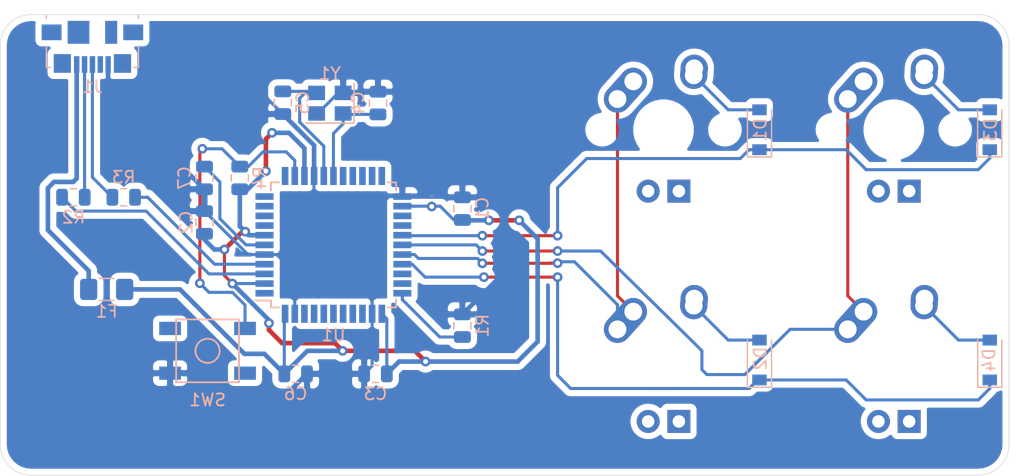
<source format=kicad_pcb>
(kicad_pcb (version 20171130) (host pcbnew 5.1.5)

  (general
    (thickness 1.6)
    (drawings 9)
    (tracks 246)
    (zones 0)
    (modules 24)
    (nets 45)
  )

  (page A4)
  (layers
    (0 F.Cu signal)
    (31 B.Cu signal)
    (32 B.Adhes user hide)
    (33 F.Adhes user hide)
    (34 B.Paste user hide)
    (35 F.Paste user hide)
    (36 B.SilkS user)
    (37 F.SilkS user)
    (38 B.Mask user)
    (39 F.Mask user)
    (40 Dwgs.User user hide)
    (41 Cmts.User user hide)
    (42 Eco1.User user hide)
    (43 Eco2.User user hide)
    (44 Edge.Cuts user)
    (45 Margin user hide)
    (46 B.CrtYd user hide)
    (47 F.CrtYd user hide)
    (48 B.Fab user hide)
    (49 F.Fab user hide)
  )

  (setup
    (last_trace_width 0.254)
    (trace_clearance 0.2)
    (zone_clearance 0.508)
    (zone_45_only no)
    (trace_min 0.2)
    (via_size 0.8)
    (via_drill 0.4)
    (via_min_size 0.4)
    (via_min_drill 0.3)
    (uvia_size 0.3)
    (uvia_drill 0.1)
    (uvias_allowed no)
    (uvia_min_size 0.2)
    (uvia_min_drill 0.1)
    (edge_width 0.05)
    (segment_width 0.2)
    (pcb_text_width 0.3)
    (pcb_text_size 1.5 1.5)
    (mod_edge_width 0.12)
    (mod_text_size 1 1)
    (mod_text_width 0.15)
    (pad_size 1.524 1.524)
    (pad_drill 0.762)
    (pad_to_mask_clearance 0.051)
    (solder_mask_min_width 0.25)
    (aux_axis_origin 0 0)
    (visible_elements FFFFEF7F)
    (pcbplotparams
      (layerselection 0x010f0_ffffffff)
      (usegerberextensions false)
      (usegerberattributes false)
      (usegerberadvancedattributes false)
      (creategerberjobfile false)
      (excludeedgelayer true)
      (linewidth 0.100000)
      (plotframeref false)
      (viasonmask false)
      (mode 1)
      (useauxorigin false)
      (hpglpennumber 1)
      (hpglpenspeed 20)
      (hpglpendiameter 15.000000)
      (psnegative false)
      (psa4output false)
      (plotreference true)
      (plotvalue true)
      (plotinvisibletext false)
      (padsonsilk false)
      (subtractmaskfromsilk false)
      (outputformat 1)
      (mirror false)
      (drillshape 0)
      (scaleselection 1)
      (outputdirectory ""))
  )

  (net 0 "")
  (net 1 GND)
  (net 2 +5V)
  (net 3 "Net-(C4-Pad2)")
  (net 4 "Net-(C5-Pad2)")
  (net 5 "Net-(C7-Pad1)")
  (net 6 "Net-(D1-Pad2)")
  (net 7 ROW0)
  (net 8 "Net-(D2-Pad2)")
  (net 9 ROW1)
  (net 10 "Net-(D3-Pad2)")
  (net 11 "Net-(D4-Pad2)")
  (net 12 VCC)
  (net 13 COL0)
  (net 14 COL1)
  (net 15 "Net-(R1-Pad2)")
  (net 16 D-)
  (net 17 "Net-(R2-Pad1)")
  (net 18 D+)
  (net 19 "Net-(R3-Pad1)")
  (net 20 "Net-(R4-Pad2)")
  (net 21 "Net-(U1-Pad42)")
  (net 22 "Net-(U1-Pad41)")
  (net 23 "Net-(U1-Pad40)")
  (net 24 "Net-(U1-Pad39)")
  (net 25 "Net-(U1-Pad38)")
  (net 26 "Net-(U1-Pad37)")
  (net 27 "Net-(U1-Pad36)")
  (net 28 "Net-(U1-Pad32)")
  (net 29 "Net-(U1-Pad31)")
  (net 30 "Net-(U1-Pad26)")
  (net 31 "Net-(U1-Pad25)")
  (net 32 "Net-(U1-Pad22)")
  (net 33 "Net-(U1-Pad21)")
  (net 34 "Net-(U1-Pad20)")
  (net 35 "Net-(U1-Pad19)")
  (net 36 "Net-(U1-Pad18)")
  (net 37 "Net-(U1-Pad12)")
  (net 38 "Net-(U1-Pad11)")
  (net 39 "Net-(U1-Pad10)")
  (net 40 "Net-(U1-Pad9)")
  (net 41 "Net-(U1-Pad8)")
  (net 42 "Net-(U1-Pad1)")
  (net 43 "Net-(J1-Pad6)")
  (net 44 "Net-(J1-Pad4)")

  (net_class Default 这是默认网络类。
    (clearance 0.2)
    (trace_width 0.254)
    (via_dia 0.8)
    (via_drill 0.4)
    (uvia_dia 0.3)
    (uvia_drill 0.1)
    (add_net COL0)
    (add_net COL1)
    (add_net D+)
    (add_net D-)
    (add_net "Net-(C4-Pad2)")
    (add_net "Net-(C5-Pad2)")
    (add_net "Net-(C7-Pad1)")
    (add_net "Net-(D1-Pad2)")
    (add_net "Net-(D2-Pad2)")
    (add_net "Net-(D3-Pad2)")
    (add_net "Net-(D4-Pad2)")
    (add_net "Net-(J1-Pad4)")
    (add_net "Net-(J1-Pad6)")
    (add_net "Net-(R1-Pad2)")
    (add_net "Net-(R2-Pad1)")
    (add_net "Net-(R3-Pad1)")
    (add_net "Net-(R4-Pad2)")
    (add_net "Net-(U1-Pad1)")
    (add_net "Net-(U1-Pad10)")
    (add_net "Net-(U1-Pad11)")
    (add_net "Net-(U1-Pad12)")
    (add_net "Net-(U1-Pad18)")
    (add_net "Net-(U1-Pad19)")
    (add_net "Net-(U1-Pad20)")
    (add_net "Net-(U1-Pad21)")
    (add_net "Net-(U1-Pad22)")
    (add_net "Net-(U1-Pad25)")
    (add_net "Net-(U1-Pad26)")
    (add_net "Net-(U1-Pad31)")
    (add_net "Net-(U1-Pad32)")
    (add_net "Net-(U1-Pad36)")
    (add_net "Net-(U1-Pad37)")
    (add_net "Net-(U1-Pad38)")
    (add_net "Net-(U1-Pad39)")
    (add_net "Net-(U1-Pad40)")
    (add_net "Net-(U1-Pad41)")
    (add_net "Net-(U1-Pad42)")
    (add_net "Net-(U1-Pad8)")
    (add_net "Net-(U1-Pad9)")
    (add_net ROW0)
    (add_net ROW1)
  )

  (net_class Power ""
    (clearance 0.2)
    (trace_width 0.381)
    (via_dia 0.8)
    (via_drill 0.4)
    (uvia_dia 0.3)
    (uvia_drill 0.1)
    (add_net +5V)
    (add_net GND)
    (add_net VCC)
  )

  (module Connector_USB:USB_Micro-B_Molex_47346-0001 (layer B.Cu) (tedit 5D8620A7) (tstamp 5EBC2DF8)
    (at 35.306 56.642)
    (descr "Micro USB B receptable with flange, bottom-mount, SMD, right-angle (http://www.molex.com/pdm_docs/sd/473460001_sd.pdf)")
    (tags "Micro B USB SMD")
    (path /5EBC7237)
    (attr smd)
    (fp_text reference J1 (at 0 3.3 -180) (layer B.SilkS)
      (effects (font (size 1 1) (thickness 0.15)) (justify mirror))
    )
    (fp_text value USB_B_Micro (at 0 -4.6 -180) (layer B.Fab)
      (effects (font (size 1 1) (thickness 0.15)) (justify mirror))
    )
    (fp_line (start -3.25 -2.65) (end 3.25 -2.65) (layer B.Fab) (width 0.1))
    (fp_line (start -3.81 -2.6) (end -3.81 -2.34) (layer B.SilkS) (width 0.12))
    (fp_line (start -3.81 -0.06) (end -3.81 1.71) (layer B.SilkS) (width 0.12))
    (fp_line (start -3.81 1.71) (end -3.43 1.71) (layer B.SilkS) (width 0.12))
    (fp_line (start 3.81 1.71) (end 3.81 -0.06) (layer B.SilkS) (width 0.12))
    (fp_line (start 3.81 -2.34) (end 3.81 -2.6) (layer B.SilkS) (width 0.12))
    (fp_line (start -3.75 -3.35) (end -3.75 1.65) (layer B.Fab) (width 0.1))
    (fp_line (start -3.75 1.65) (end 3.75 1.65) (layer B.Fab) (width 0.1))
    (fp_line (start 3.75 1.65) (end 3.75 -3.35) (layer B.Fab) (width 0.1))
    (fp_line (start 3.75 -3.35) (end -3.75 -3.35) (layer B.Fab) (width 0.1))
    (fp_line (start -4.7 -3.85) (end -4.7 2.65) (layer B.CrtYd) (width 0.05))
    (fp_line (start -4.7 2.65) (end 4.7 2.65) (layer B.CrtYd) (width 0.05))
    (fp_line (start 4.7 2.65) (end 4.7 -3.85) (layer B.CrtYd) (width 0.05))
    (fp_line (start 4.7 -3.85) (end -4.7 -3.85) (layer B.CrtYd) (width 0.05))
    (fp_line (start 3.81 1.71) (end 3.43 1.71) (layer B.SilkS) (width 0.12))
    (fp_text user %R (at 0 -1.2) (layer B.Fab)
      (effects (font (size 1 1) (thickness 0.15)) (justify mirror))
    )
    (fp_text user "PCB Edge" (at 0 -2.67 -180) (layer Dwgs.User)
      (effects (font (size 0.4 0.4) (thickness 0.04)))
    )
    (pad 6 smd rect (at 1.55 -1.2) (size 1 1.9) (layers B.Cu B.Paste B.Mask)
      (net 43 "Net-(J1-Pad6)"))
    (pad 6 smd rect (at -1.15 -1.2) (size 1.8 1.9) (layers B.Cu B.Paste B.Mask)
      (net 43 "Net-(J1-Pad6)"))
    (pad 6 smd rect (at 3.375 -1.2) (size 1.65 1.3) (layers B.Cu B.Paste B.Mask)
      (net 43 "Net-(J1-Pad6)"))
    (pad 6 smd rect (at -3.375 -1.2) (size 1.65 1.3) (layers B.Cu B.Paste B.Mask)
      (net 43 "Net-(J1-Pad6)"))
    (pad 6 smd rect (at 2.4875 1.375) (size 1.425 1.55) (layers B.Cu B.Paste B.Mask)
      (net 43 "Net-(J1-Pad6)"))
    (pad 6 smd rect (at -2.4875 1.375) (size 1.425 1.55) (layers B.Cu B.Paste B.Mask)
      (net 43 "Net-(J1-Pad6)"))
    (pad 5 smd rect (at 1.3 1.46) (size 0.45 1.38) (layers B.Cu B.Paste B.Mask)
      (net 1 GND))
    (pad 4 smd rect (at 0.65 1.46) (size 0.45 1.38) (layers B.Cu B.Paste B.Mask)
      (net 44 "Net-(J1-Pad4)"))
    (pad 3 smd rect (at 0 1.46) (size 0.45 1.38) (layers B.Cu B.Paste B.Mask)
      (net 18 D+))
    (pad 2 smd rect (at -0.65 1.46) (size 0.45 1.38) (layers B.Cu B.Paste B.Mask)
      (net 16 D-))
    (pad 1 smd rect (at -1.3 1.46) (size 0.45 1.38) (layers B.Cu B.Paste B.Mask)
      (net 12 VCC))
    (model ${KISYS3DMOD}/Connector_USB.3dshapes/USB_Micro-B_Molex_47346-0001.wrl
      (at (xyz 0 0 0))
      (scale (xyz 1 1 1))
      (rotate (xyz 0 0 0))
    )
  )

  (module Crystal:Crystal_SMD_3225-4Pin_3.2x2.5mm (layer B.Cu) (tedit 5A0FD1B2) (tstamp 5EBBD9C0)
    (at 54.948 61.302 180)
    (descr "SMD Crystal SERIES SMD3225/4 http://www.txccrystal.com/images/pdf/7m-accuracy.pdf, 3.2x2.5mm^2 package")
    (tags "SMD SMT crystal")
    (path /5EBD2DE7)
    (attr smd)
    (fp_text reference Y1 (at 0 2.45) (layer B.SilkS)
      (effects (font (size 1 1) (thickness 0.15)) (justify mirror))
    )
    (fp_text value 16MHz (at 0 -2.45) (layer B.Fab)
      (effects (font (size 1 1) (thickness 0.15)) (justify mirror))
    )
    (fp_line (start 2.1 1.7) (end -2.1 1.7) (layer B.CrtYd) (width 0.05))
    (fp_line (start 2.1 -1.7) (end 2.1 1.7) (layer B.CrtYd) (width 0.05))
    (fp_line (start -2.1 -1.7) (end 2.1 -1.7) (layer B.CrtYd) (width 0.05))
    (fp_line (start -2.1 1.7) (end -2.1 -1.7) (layer B.CrtYd) (width 0.05))
    (fp_line (start -2 -1.65) (end 2 -1.65) (layer B.SilkS) (width 0.12))
    (fp_line (start -2 1.65) (end -2 -1.65) (layer B.SilkS) (width 0.12))
    (fp_line (start -1.6 -0.25) (end -0.6 -1.25) (layer B.Fab) (width 0.1))
    (fp_line (start 1.6 1.25) (end -1.6 1.25) (layer B.Fab) (width 0.1))
    (fp_line (start 1.6 -1.25) (end 1.6 1.25) (layer B.Fab) (width 0.1))
    (fp_line (start -1.6 -1.25) (end 1.6 -1.25) (layer B.Fab) (width 0.1))
    (fp_line (start -1.6 1.25) (end -1.6 -1.25) (layer B.Fab) (width 0.1))
    (fp_text user %R (at 0 0) (layer B.Fab)
      (effects (font (size 0.7 0.7) (thickness 0.105)) (justify mirror))
    )
    (pad 4 smd rect (at -1.1 0.85 180) (size 1.4 1.2) (layers B.Cu B.Paste B.Mask)
      (net 1 GND))
    (pad 3 smd rect (at 1.1 0.85 180) (size 1.4 1.2) (layers B.Cu B.Paste B.Mask)
      (net 4 "Net-(C5-Pad2)"))
    (pad 2 smd rect (at 1.1 -0.85 180) (size 1.4 1.2) (layers B.Cu B.Paste B.Mask)
      (net 1 GND))
    (pad 1 smd rect (at -1.1 -0.85 180) (size 1.4 1.2) (layers B.Cu B.Paste B.Mask)
      (net 3 "Net-(C4-Pad2)"))
    (model ${KISYS3DMOD}/Crystal.3dshapes/Crystal_SMD_3225-4Pin_3.2x2.5mm.wrl
      (at (xyz 0 0 0))
      (scale (xyz 1 1 1))
      (rotate (xyz 0 0 0))
    )
  )

  (module Package_QFP:TQFP-44_10x10mm_P0.8mm (layer B.Cu) (tedit 5A02F146) (tstamp 5EBC095B)
    (at 55.245 73.025)
    (descr "44-Lead Plastic Thin Quad Flatpack (PT) - 10x10x1.0 mm Body [TQFP] (see Microchip Packaging Specification 00000049BS.pdf)")
    (tags "QFP 0.8")
    (path /5EBAE31C)
    (attr smd)
    (fp_text reference U1 (at 0 7.45) (layer B.SilkS)
      (effects (font (size 1 1) (thickness 0.15)) (justify mirror))
    )
    (fp_text value ATmega32U4-AU (at 0 -7.45) (layer B.Fab)
      (effects (font (size 1 1) (thickness 0.15)) (justify mirror))
    )
    (fp_line (start -5.175 4.6) (end -6.45 4.6) (layer B.SilkS) (width 0.15))
    (fp_line (start 5.175 5.175) (end 4.5 5.175) (layer B.SilkS) (width 0.15))
    (fp_line (start 5.175 -5.175) (end 4.5 -5.175) (layer B.SilkS) (width 0.15))
    (fp_line (start -5.175 -5.175) (end -4.5 -5.175) (layer B.SilkS) (width 0.15))
    (fp_line (start -5.175 5.175) (end -4.5 5.175) (layer B.SilkS) (width 0.15))
    (fp_line (start -5.175 -5.175) (end -5.175 -4.5) (layer B.SilkS) (width 0.15))
    (fp_line (start 5.175 -5.175) (end 5.175 -4.5) (layer B.SilkS) (width 0.15))
    (fp_line (start 5.175 5.175) (end 5.175 4.5) (layer B.SilkS) (width 0.15))
    (fp_line (start -5.175 5.175) (end -5.175 4.6) (layer B.SilkS) (width 0.15))
    (fp_line (start -6.7 -6.7) (end 6.7 -6.7) (layer B.CrtYd) (width 0.05))
    (fp_line (start -6.7 6.7) (end 6.7 6.7) (layer B.CrtYd) (width 0.05))
    (fp_line (start 6.7 6.7) (end 6.7 -6.7) (layer B.CrtYd) (width 0.05))
    (fp_line (start -6.7 6.7) (end -6.7 -6.7) (layer B.CrtYd) (width 0.05))
    (fp_line (start -5 4) (end -4 5) (layer B.Fab) (width 0.15))
    (fp_line (start -5 -5) (end -5 4) (layer B.Fab) (width 0.15))
    (fp_line (start 5 -5) (end -5 -5) (layer B.Fab) (width 0.15))
    (fp_line (start 5 5) (end 5 -5) (layer B.Fab) (width 0.15))
    (fp_line (start -4 5) (end 5 5) (layer B.Fab) (width 0.15))
    (fp_text user %R (at 0 0) (layer B.Fab)
      (effects (font (size 1 1) (thickness 0.15)) (justify mirror))
    )
    (pad 44 smd rect (at -4 5.7 270) (size 1.5 0.55) (layers B.Cu B.Paste B.Mask)
      (net 2 +5V))
    (pad 43 smd rect (at -3.2 5.7 270) (size 1.5 0.55) (layers B.Cu B.Paste B.Mask)
      (net 1 GND))
    (pad 42 smd rect (at -2.4 5.7 270) (size 1.5 0.55) (layers B.Cu B.Paste B.Mask)
      (net 21 "Net-(U1-Pad42)"))
    (pad 41 smd rect (at -1.6 5.7 270) (size 1.5 0.55) (layers B.Cu B.Paste B.Mask)
      (net 22 "Net-(U1-Pad41)"))
    (pad 40 smd rect (at -0.8 5.7 270) (size 1.5 0.55) (layers B.Cu B.Paste B.Mask)
      (net 23 "Net-(U1-Pad40)"))
    (pad 39 smd rect (at 0 5.7 270) (size 1.5 0.55) (layers B.Cu B.Paste B.Mask)
      (net 24 "Net-(U1-Pad39)"))
    (pad 38 smd rect (at 0.8 5.7 270) (size 1.5 0.55) (layers B.Cu B.Paste B.Mask)
      (net 25 "Net-(U1-Pad38)"))
    (pad 37 smd rect (at 1.6 5.7 270) (size 1.5 0.55) (layers B.Cu B.Paste B.Mask)
      (net 26 "Net-(U1-Pad37)"))
    (pad 36 smd rect (at 2.4 5.7 270) (size 1.5 0.55) (layers B.Cu B.Paste B.Mask)
      (net 27 "Net-(U1-Pad36)"))
    (pad 35 smd rect (at 3.2 5.7 270) (size 1.5 0.55) (layers B.Cu B.Paste B.Mask)
      (net 1 GND))
    (pad 34 smd rect (at 4 5.7 270) (size 1.5 0.55) (layers B.Cu B.Paste B.Mask)
      (net 2 +5V))
    (pad 33 smd rect (at 5.7 4) (size 1.5 0.55) (layers B.Cu B.Paste B.Mask)
      (net 15 "Net-(R1-Pad2)"))
    (pad 32 smd rect (at 5.7 3.2) (size 1.5 0.55) (layers B.Cu B.Paste B.Mask)
      (net 28 "Net-(U1-Pad32)"))
    (pad 31 smd rect (at 5.7 2.4) (size 1.5 0.55) (layers B.Cu B.Paste B.Mask)
      (net 29 "Net-(U1-Pad31)"))
    (pad 30 smd rect (at 5.7 1.6) (size 1.5 0.55) (layers B.Cu B.Paste B.Mask)
      (net 9 ROW1))
    (pad 29 smd rect (at 5.7 0.8) (size 1.5 0.55) (layers B.Cu B.Paste B.Mask)
      (net 13 COL0))
    (pad 28 smd rect (at 5.7 0) (size 1.5 0.55) (layers B.Cu B.Paste B.Mask)
      (net 14 COL1))
    (pad 27 smd rect (at 5.7 -0.8) (size 1.5 0.55) (layers B.Cu B.Paste B.Mask)
      (net 7 ROW0))
    (pad 26 smd rect (at 5.7 -1.6) (size 1.5 0.55) (layers B.Cu B.Paste B.Mask)
      (net 30 "Net-(U1-Pad26)"))
    (pad 25 smd rect (at 5.7 -2.4) (size 1.5 0.55) (layers B.Cu B.Paste B.Mask)
      (net 31 "Net-(U1-Pad25)"))
    (pad 24 smd rect (at 5.7 -3.2) (size 1.5 0.55) (layers B.Cu B.Paste B.Mask)
      (net 2 +5V))
    (pad 23 smd rect (at 5.7 -4) (size 1.5 0.55) (layers B.Cu B.Paste B.Mask)
      (net 1 GND))
    (pad 22 smd rect (at 4 -5.7 270) (size 1.5 0.55) (layers B.Cu B.Paste B.Mask)
      (net 32 "Net-(U1-Pad22)"))
    (pad 21 smd rect (at 3.2 -5.7 270) (size 1.5 0.55) (layers B.Cu B.Paste B.Mask)
      (net 33 "Net-(U1-Pad21)"))
    (pad 20 smd rect (at 2.4 -5.7 270) (size 1.5 0.55) (layers B.Cu B.Paste B.Mask)
      (net 34 "Net-(U1-Pad20)"))
    (pad 19 smd rect (at 1.6 -5.7 270) (size 1.5 0.55) (layers B.Cu B.Paste B.Mask)
      (net 35 "Net-(U1-Pad19)"))
    (pad 18 smd rect (at 0.8 -5.7 270) (size 1.5 0.55) (layers B.Cu B.Paste B.Mask)
      (net 36 "Net-(U1-Pad18)"))
    (pad 17 smd rect (at 0 -5.7 270) (size 1.5 0.55) (layers B.Cu B.Paste B.Mask)
      (net 3 "Net-(C4-Pad2)"))
    (pad 16 smd rect (at -0.8 -5.7 270) (size 1.5 0.55) (layers B.Cu B.Paste B.Mask)
      (net 4 "Net-(C5-Pad2)"))
    (pad 15 smd rect (at -1.6 -5.7 270) (size 1.5 0.55) (layers B.Cu B.Paste B.Mask)
      (net 1 GND))
    (pad 14 smd rect (at -2.4 -5.7 270) (size 1.5 0.55) (layers B.Cu B.Paste B.Mask)
      (net 2 +5V))
    (pad 13 smd rect (at -3.2 -5.7 270) (size 1.5 0.55) (layers B.Cu B.Paste B.Mask)
      (net 20 "Net-(R4-Pad2)"))
    (pad 12 smd rect (at -4 -5.7 270) (size 1.5 0.55) (layers B.Cu B.Paste B.Mask)
      (net 37 "Net-(U1-Pad12)"))
    (pad 11 smd rect (at -5.7 -4) (size 1.5 0.55) (layers B.Cu B.Paste B.Mask)
      (net 38 "Net-(U1-Pad11)"))
    (pad 10 smd rect (at -5.7 -3.2) (size 1.5 0.55) (layers B.Cu B.Paste B.Mask)
      (net 39 "Net-(U1-Pad10)"))
    (pad 9 smd rect (at -5.7 -2.4) (size 1.5 0.55) (layers B.Cu B.Paste B.Mask)
      (net 40 "Net-(U1-Pad9)"))
    (pad 8 smd rect (at -5.7 -1.6) (size 1.5 0.55) (layers B.Cu B.Paste B.Mask)
      (net 41 "Net-(U1-Pad8)"))
    (pad 7 smd rect (at -5.7 -0.8) (size 1.5 0.55) (layers B.Cu B.Paste B.Mask)
      (net 2 +5V))
    (pad 6 smd rect (at -5.7 0) (size 1.5 0.55) (layers B.Cu B.Paste B.Mask)
      (net 5 "Net-(C7-Pad1)"))
    (pad 5 smd rect (at -5.7 0.8) (size 1.5 0.55) (layers B.Cu B.Paste B.Mask)
      (net 1 GND))
    (pad 4 smd rect (at -5.7 1.6) (size 1.5 0.55) (layers B.Cu B.Paste B.Mask)
      (net 19 "Net-(R3-Pad1)"))
    (pad 3 smd rect (at -5.7 2.4) (size 1.5 0.55) (layers B.Cu B.Paste B.Mask)
      (net 17 "Net-(R2-Pad1)"))
    (pad 2 smd rect (at -5.7 3.2) (size 1.5 0.55) (layers B.Cu B.Paste B.Mask)
      (net 2 +5V))
    (pad 1 smd rect (at -5.7 4) (size 1.5 0.55) (layers B.Cu B.Paste B.Mask)
      (net 42 "Net-(U1-Pad1)"))
    (model ${KISYS3DMOD}/Package_QFP.3dshapes/TQFP-44_10x10mm_P0.8mm.wrl
      (at (xyz 0 0 0))
      (scale (xyz 1 1 1))
      (rotate (xyz 0 0 0))
    )
  )

  (module random-keyboard-parts:SKQG-1155865 (layer B.Cu) (tedit 5E62B398) (tstamp 5EBBD949)
    (at 44.831 81.788 180)
    (path /5EC058CB)
    (attr smd)
    (fp_text reference SW1 (at 0 -4.064) (layer B.SilkS)
      (effects (font (size 1 1) (thickness 0.15)) (justify mirror))
    )
    (fp_text value SW_Push (at 0 4.064) (layer B.Fab)
      (effects (font (size 1 1) (thickness 0.15)) (justify mirror))
    )
    (fp_line (start -2.6 2.6) (end 2.6 2.6) (layer B.SilkS) (width 0.15))
    (fp_line (start 2.6 2.6) (end 2.6 -2.6) (layer B.SilkS) (width 0.15))
    (fp_line (start 2.6 -2.6) (end -2.6 -2.6) (layer B.SilkS) (width 0.15))
    (fp_line (start -2.6 -2.6) (end -2.6 2.6) (layer B.SilkS) (width 0.15))
    (fp_circle (center 0 0) (end 1 0) (layer B.SilkS) (width 0.15))
    (fp_line (start -4.2 2.6) (end 4.2 2.6) (layer B.Fab) (width 0.15))
    (fp_line (start 4.2 2.6) (end 4.2 1.2) (layer B.Fab) (width 0.15))
    (fp_line (start 4.2 1.1) (end 2.6 1.1) (layer B.Fab) (width 0.15))
    (fp_line (start 2.6 1.1) (end 2.6 -1.1) (layer B.Fab) (width 0.15))
    (fp_line (start 2.6 -1.1) (end 4.2 -1.1) (layer B.Fab) (width 0.15))
    (fp_line (start 4.2 -1.1) (end 4.2 -2.6) (layer B.Fab) (width 0.15))
    (fp_line (start 4.2 -2.6) (end -4.2 -2.6) (layer B.Fab) (width 0.15))
    (fp_line (start -4.2 -2.6) (end -4.2 -1.1) (layer B.Fab) (width 0.15))
    (fp_line (start -4.2 -1.1) (end -2.6 -1.1) (layer B.Fab) (width 0.15))
    (fp_line (start -2.6 -1.1) (end -2.6 1.1) (layer B.Fab) (width 0.15))
    (fp_line (start -2.6 1.1) (end -4.2 1.1) (layer B.Fab) (width 0.15))
    (fp_line (start -4.2 1.1) (end -4.2 2.6) (layer B.Fab) (width 0.15))
    (fp_circle (center 0 0) (end 1 0) (layer B.Fab) (width 0.15))
    (fp_line (start -2.6 1.1) (end -1.1 2.6) (layer B.Fab) (width 0.15))
    (fp_line (start 2.6 1.1) (end 1.1 2.6) (layer B.Fab) (width 0.15))
    (fp_line (start 2.6 -1.1) (end 1.1 -2.6) (layer B.Fab) (width 0.15))
    (fp_line (start -2.6 -1.1) (end -1.1 -2.6) (layer B.Fab) (width 0.15))
    (pad 4 smd rect (at -3.1 -1.85 180) (size 1.8 1.1) (layers B.Cu B.Paste B.Mask))
    (pad 3 smd rect (at 3.1 1.85 180) (size 1.8 1.1) (layers B.Cu B.Paste B.Mask))
    (pad 2 smd rect (at -3.1 1.85 180) (size 1.8 1.1) (layers B.Cu B.Paste B.Mask)
      (net 20 "Net-(R4-Pad2)"))
    (pad 1 smd rect (at 3.1 -1.85 180) (size 1.8 1.1) (layers B.Cu B.Paste B.Mask)
      (net 1 GND))
    (model ${KISYS3DMOD}/Button_Switch_SMD.3dshapes/SW_SPST_TL3342.step
      (at (xyz 0 0 0))
      (scale (xyz 1 1 1))
      (rotate (xyz 0 0 0))
    )
  )

  (module Resistor_SMD:R_0805_2012Metric (layer B.Cu) (tedit 5B36C52B) (tstamp 5EBC19F9)
    (at 47.498 67.4855 90)
    (descr "Resistor SMD 0805 (2012 Metric), square (rectangular) end terminal, IPC_7351 nominal, (Body size source: https://docs.google.com/spreadsheets/d/1BsfQQcO9C6DZCsRaXUlFlo91Tg2WpOkGARC1WS5S8t0/edit?usp=sharing), generated with kicad-footprint-generator")
    (tags resistor)
    (path /5EC09A63)
    (attr smd)
    (fp_text reference R4 (at 0 1.65 90) (layer B.SilkS)
      (effects (font (size 1 1) (thickness 0.15)) (justify mirror))
    )
    (fp_text value 10k (at 0 -1.65 90) (layer B.Fab)
      (effects (font (size 1 1) (thickness 0.15)) (justify mirror))
    )
    (fp_text user %R (at 0 0 90) (layer B.Fab)
      (effects (font (size 0.5 0.5) (thickness 0.08)) (justify mirror))
    )
    (fp_line (start 1.68 -0.95) (end -1.68 -0.95) (layer B.CrtYd) (width 0.05))
    (fp_line (start 1.68 0.95) (end 1.68 -0.95) (layer B.CrtYd) (width 0.05))
    (fp_line (start -1.68 0.95) (end 1.68 0.95) (layer B.CrtYd) (width 0.05))
    (fp_line (start -1.68 -0.95) (end -1.68 0.95) (layer B.CrtYd) (width 0.05))
    (fp_line (start -0.258578 -0.71) (end 0.258578 -0.71) (layer B.SilkS) (width 0.12))
    (fp_line (start -0.258578 0.71) (end 0.258578 0.71) (layer B.SilkS) (width 0.12))
    (fp_line (start 1 -0.6) (end -1 -0.6) (layer B.Fab) (width 0.1))
    (fp_line (start 1 0.6) (end 1 -0.6) (layer B.Fab) (width 0.1))
    (fp_line (start -1 0.6) (end 1 0.6) (layer B.Fab) (width 0.1))
    (fp_line (start -1 -0.6) (end -1 0.6) (layer B.Fab) (width 0.1))
    (pad 2 smd roundrect (at 0.9375 0 90) (size 0.975 1.4) (layers B.Cu B.Paste B.Mask) (roundrect_rratio 0.25)
      (net 20 "Net-(R4-Pad2)"))
    (pad 1 smd roundrect (at -0.9375 0 90) (size 0.975 1.4) (layers B.Cu B.Paste B.Mask) (roundrect_rratio 0.25)
      (net 2 +5V))
    (model ${KISYS3DMOD}/Resistor_SMD.3dshapes/R_0805_2012Metric.wrl
      (at (xyz 0 0 0))
      (scale (xyz 1 1 1))
      (rotate (xyz 0 0 0))
    )
  )

  (module Resistor_SMD:R_0805_2012Metric (layer B.Cu) (tedit 5B36C52B) (tstamp 5EBC1DCB)
    (at 37.8945 69.088 180)
    (descr "Resistor SMD 0805 (2012 Metric), square (rectangular) end terminal, IPC_7351 nominal, (Body size source: https://docs.google.com/spreadsheets/d/1BsfQQcO9C6DZCsRaXUlFlo91Tg2WpOkGARC1WS5S8t0/edit?usp=sharing), generated with kicad-footprint-generator")
    (tags resistor)
    (path /5EBB9C7C)
    (attr smd)
    (fp_text reference R3 (at 0 1.65) (layer B.SilkS)
      (effects (font (size 1 1) (thickness 0.15)) (justify mirror))
    )
    (fp_text value 22 (at 0 -1.65) (layer B.Fab)
      (effects (font (size 1 1) (thickness 0.15)) (justify mirror))
    )
    (fp_text user %R (at 0 0) (layer B.Fab)
      (effects (font (size 0.5 0.5) (thickness 0.08)) (justify mirror))
    )
    (fp_line (start 1.68 -0.95) (end -1.68 -0.95) (layer B.CrtYd) (width 0.05))
    (fp_line (start 1.68 0.95) (end 1.68 -0.95) (layer B.CrtYd) (width 0.05))
    (fp_line (start -1.68 0.95) (end 1.68 0.95) (layer B.CrtYd) (width 0.05))
    (fp_line (start -1.68 -0.95) (end -1.68 0.95) (layer B.CrtYd) (width 0.05))
    (fp_line (start -0.258578 -0.71) (end 0.258578 -0.71) (layer B.SilkS) (width 0.12))
    (fp_line (start -0.258578 0.71) (end 0.258578 0.71) (layer B.SilkS) (width 0.12))
    (fp_line (start 1 -0.6) (end -1 -0.6) (layer B.Fab) (width 0.1))
    (fp_line (start 1 0.6) (end 1 -0.6) (layer B.Fab) (width 0.1))
    (fp_line (start -1 0.6) (end 1 0.6) (layer B.Fab) (width 0.1))
    (fp_line (start -1 -0.6) (end -1 0.6) (layer B.Fab) (width 0.1))
    (pad 2 smd roundrect (at 0.9375 0 180) (size 0.975 1.4) (layers B.Cu B.Paste B.Mask) (roundrect_rratio 0.25)
      (net 18 D+))
    (pad 1 smd roundrect (at -0.9375 0 180) (size 0.975 1.4) (layers B.Cu B.Paste B.Mask) (roundrect_rratio 0.25)
      (net 19 "Net-(R3-Pad1)"))
    (model ${KISYS3DMOD}/Resistor_SMD.3dshapes/R_0805_2012Metric.wrl
      (at (xyz 0 0 0))
      (scale (xyz 1 1 1))
      (rotate (xyz 0 0 0))
    )
  )

  (module Resistor_SMD:R_0805_2012Metric (layer B.Cu) (tedit 5B36C52B) (tstamp 5EBC2816)
    (at 33.7335 69.088)
    (descr "Resistor SMD 0805 (2012 Metric), square (rectangular) end terminal, IPC_7351 nominal, (Body size source: https://docs.google.com/spreadsheets/d/1BsfQQcO9C6DZCsRaXUlFlo91Tg2WpOkGARC1WS5S8t0/edit?usp=sharing), generated with kicad-footprint-generator")
    (tags resistor)
    (path /5EBBA608)
    (attr smd)
    (fp_text reference R2 (at 0 1.65) (layer B.SilkS)
      (effects (font (size 1 1) (thickness 0.15)) (justify mirror))
    )
    (fp_text value 22 (at 0 -1.65) (layer B.Fab)
      (effects (font (size 1 1) (thickness 0.15)) (justify mirror))
    )
    (fp_text user %R (at 0 0) (layer B.Fab)
      (effects (font (size 0.5 0.5) (thickness 0.08)) (justify mirror))
    )
    (fp_line (start 1.68 -0.95) (end -1.68 -0.95) (layer B.CrtYd) (width 0.05))
    (fp_line (start 1.68 0.95) (end 1.68 -0.95) (layer B.CrtYd) (width 0.05))
    (fp_line (start -1.68 0.95) (end 1.68 0.95) (layer B.CrtYd) (width 0.05))
    (fp_line (start -1.68 -0.95) (end -1.68 0.95) (layer B.CrtYd) (width 0.05))
    (fp_line (start -0.258578 -0.71) (end 0.258578 -0.71) (layer B.SilkS) (width 0.12))
    (fp_line (start -0.258578 0.71) (end 0.258578 0.71) (layer B.SilkS) (width 0.12))
    (fp_line (start 1 -0.6) (end -1 -0.6) (layer B.Fab) (width 0.1))
    (fp_line (start 1 0.6) (end 1 -0.6) (layer B.Fab) (width 0.1))
    (fp_line (start -1 0.6) (end 1 0.6) (layer B.Fab) (width 0.1))
    (fp_line (start -1 -0.6) (end -1 0.6) (layer B.Fab) (width 0.1))
    (pad 2 smd roundrect (at 0.9375 0) (size 0.975 1.4) (layers B.Cu B.Paste B.Mask) (roundrect_rratio 0.25)
      (net 16 D-))
    (pad 1 smd roundrect (at -0.9375 0) (size 0.975 1.4) (layers B.Cu B.Paste B.Mask) (roundrect_rratio 0.25)
      (net 17 "Net-(R2-Pad1)"))
    (model ${KISYS3DMOD}/Resistor_SMD.3dshapes/R_0805_2012Metric.wrl
      (at (xyz 0 0 0))
      (scale (xyz 1 1 1))
      (rotate (xyz 0 0 0))
    )
  )

  (module Resistor_SMD:R_0805_2012Metric (layer B.Cu) (tedit 5B36C52B) (tstamp 5EBC1E9F)
    (at 65.913 79.7075 270)
    (descr "Resistor SMD 0805 (2012 Metric), square (rectangular) end terminal, IPC_7351 nominal, (Body size source: https://docs.google.com/spreadsheets/d/1BsfQQcO9C6DZCsRaXUlFlo91Tg2WpOkGARC1WS5S8t0/edit?usp=sharing), generated with kicad-footprint-generator")
    (tags resistor)
    (path /5EBB64DA)
    (attr smd)
    (fp_text reference R1 (at 0 -1.651 90) (layer B.SilkS)
      (effects (font (size 1 1) (thickness 0.15)) (justify mirror))
    )
    (fp_text value 10k (at -0.0485 1.524 90) (layer B.Fab)
      (effects (font (size 1 1) (thickness 0.15)) (justify mirror))
    )
    (fp_text user %R (at 0 0 90) (layer B.Fab)
      (effects (font (size 0.5 0.5) (thickness 0.08)) (justify mirror))
    )
    (fp_line (start 1.68 -0.95) (end -1.68 -0.95) (layer B.CrtYd) (width 0.05))
    (fp_line (start 1.68 0.95) (end 1.68 -0.95) (layer B.CrtYd) (width 0.05))
    (fp_line (start -1.68 0.95) (end 1.68 0.95) (layer B.CrtYd) (width 0.05))
    (fp_line (start -1.68 -0.95) (end -1.68 0.95) (layer B.CrtYd) (width 0.05))
    (fp_line (start -0.258578 -0.71) (end 0.258578 -0.71) (layer B.SilkS) (width 0.12))
    (fp_line (start -0.258578 0.71) (end 0.258578 0.71) (layer B.SilkS) (width 0.12))
    (fp_line (start 1 -0.6) (end -1 -0.6) (layer B.Fab) (width 0.1))
    (fp_line (start 1 0.6) (end 1 -0.6) (layer B.Fab) (width 0.1))
    (fp_line (start -1 0.6) (end 1 0.6) (layer B.Fab) (width 0.1))
    (fp_line (start -1 -0.6) (end -1 0.6) (layer B.Fab) (width 0.1))
    (pad 2 smd roundrect (at 0.9375 0 270) (size 0.975 1.4) (layers B.Cu B.Paste B.Mask) (roundrect_rratio 0.25)
      (net 15 "Net-(R1-Pad2)"))
    (pad 1 smd roundrect (at -0.9375 0 270) (size 0.975 1.4) (layers B.Cu B.Paste B.Mask) (roundrect_rratio 0.25)
      (net 1 GND))
    (model ${KISYS3DMOD}/Resistor_SMD.3dshapes/R_0805_2012Metric.wrl
      (at (xyz 0 0 0))
      (scale (xyz 1 1 1))
      (rotate (xyz 0 0 0))
    )
  )

  (module MX_Alps_Hybrid:MX-1U (layer F.Cu) (tedit 5A9F3A9A) (tstamp 5EBBD8E7)
    (at 101.6 82.55)
    (path /5EBD1DA9)
    (fp_text reference MX4 (at 0 3.175) (layer Dwgs.User)
      (effects (font (size 1 1) (thickness 0.15)))
    )
    (fp_text value MX-NoLED (at 0 -7.9375) (layer Dwgs.User)
      (effects (font (size 1 1) (thickness 0.15)))
    )
    (fp_line (start -9.525 9.525) (end -9.525 -9.525) (layer Dwgs.User) (width 0.15))
    (fp_line (start 9.525 9.525) (end -9.525 9.525) (layer Dwgs.User) (width 0.15))
    (fp_line (start 9.525 -9.525) (end 9.525 9.525) (layer Dwgs.User) (width 0.15))
    (fp_line (start -9.525 -9.525) (end 9.525 -9.525) (layer Dwgs.User) (width 0.15))
    (fp_line (start -7 -7) (end -7 -5) (layer Dwgs.User) (width 0.15))
    (fp_line (start -5 -7) (end -7 -7) (layer Dwgs.User) (width 0.15))
    (fp_line (start -7 7) (end -5 7) (layer Dwgs.User) (width 0.15))
    (fp_line (start -7 5) (end -7 7) (layer Dwgs.User) (width 0.15))
    (fp_line (start 7 7) (end 7 5) (layer Dwgs.User) (width 0.15))
    (fp_line (start 5 7) (end 7 7) (layer Dwgs.User) (width 0.15))
    (fp_line (start 7 -7) (end 7 -5) (layer Dwgs.User) (width 0.15))
    (fp_line (start 5 -7) (end 7 -7) (layer Dwgs.User) (width 0.15))
    (pad "" np_thru_hole circle (at 5.08 0 48.0996) (size 1.75 1.75) (drill 1.75) (layers *.Cu *.Mask))
    (pad "" np_thru_hole circle (at -5.08 0 48.0996) (size 1.75 1.75) (drill 1.75) (layers *.Cu *.Mask))
    (pad 4 thru_hole rect (at 1.27 5.08) (size 1.905 1.905) (drill 1.04) (layers *.Cu B.Mask))
    (pad 3 thru_hole circle (at -1.27 5.08) (size 1.905 1.905) (drill 1.04) (layers *.Cu B.Mask))
    (pad 1 thru_hole circle (at -2.5 -4) (size 2.25 2.25) (drill 1.47) (layers *.Cu B.Mask)
      (net 14 COL1))
    (pad "" np_thru_hole circle (at 0 0) (size 3.9878 3.9878) (drill 3.9878) (layers *.Cu *.Mask))
    (pad 1 thru_hole oval (at -3.81 -2.54 48.0996) (size 4.211556 2.25) (drill 1.47 (offset 0.980778 0)) (layers *.Cu B.Mask)
      (net 14 COL1))
    (pad 2 thru_hole circle (at 2.54 -5.08) (size 2.25 2.25) (drill 1.47) (layers *.Cu B.Mask)
      (net 11 "Net-(D4-Pad2)"))
    (pad 2 thru_hole oval (at 2.5 -4.5 86.0548) (size 2.831378 2.25) (drill 1.47 (offset 0.290689 0)) (layers *.Cu B.Mask)
      (net 11 "Net-(D4-Pad2)"))
  )

  (module MX_Alps_Hybrid:MX-1U (layer F.Cu) (tedit 5A9F3A9A) (tstamp 5EBBD8CE)
    (at 101.6 63.5)
    (path /5EBD0B58)
    (fp_text reference MX3 (at 0 3.175) (layer Dwgs.User)
      (effects (font (size 1 1) (thickness 0.15)))
    )
    (fp_text value MX-NoLED (at 0 -7.9375) (layer Dwgs.User)
      (effects (font (size 1 1) (thickness 0.15)))
    )
    (fp_line (start -9.525 9.525) (end -9.525 -9.525) (layer Dwgs.User) (width 0.15))
    (fp_line (start 9.525 9.525) (end -9.525 9.525) (layer Dwgs.User) (width 0.15))
    (fp_line (start 9.525 -9.525) (end 9.525 9.525) (layer Dwgs.User) (width 0.15))
    (fp_line (start -9.525 -9.525) (end 9.525 -9.525) (layer Dwgs.User) (width 0.15))
    (fp_line (start -7 -7) (end -7 -5) (layer Dwgs.User) (width 0.15))
    (fp_line (start -5 -7) (end -7 -7) (layer Dwgs.User) (width 0.15))
    (fp_line (start -7 7) (end -5 7) (layer Dwgs.User) (width 0.15))
    (fp_line (start -7 5) (end -7 7) (layer Dwgs.User) (width 0.15))
    (fp_line (start 7 7) (end 7 5) (layer Dwgs.User) (width 0.15))
    (fp_line (start 5 7) (end 7 7) (layer Dwgs.User) (width 0.15))
    (fp_line (start 7 -7) (end 7 -5) (layer Dwgs.User) (width 0.15))
    (fp_line (start 5 -7) (end 7 -7) (layer Dwgs.User) (width 0.15))
    (pad "" np_thru_hole circle (at 5.08 0 48.0996) (size 1.75 1.75) (drill 1.75) (layers *.Cu *.Mask))
    (pad "" np_thru_hole circle (at -5.08 0 48.0996) (size 1.75 1.75) (drill 1.75) (layers *.Cu *.Mask))
    (pad 4 thru_hole rect (at 1.27 5.08) (size 1.905 1.905) (drill 1.04) (layers *.Cu B.Mask))
    (pad 3 thru_hole circle (at -1.27 5.08) (size 1.905 1.905) (drill 1.04) (layers *.Cu B.Mask))
    (pad 1 thru_hole circle (at -2.5 -4) (size 2.25 2.25) (drill 1.47) (layers *.Cu B.Mask)
      (net 14 COL1))
    (pad "" np_thru_hole circle (at 0 0) (size 3.9878 3.9878) (drill 3.9878) (layers *.Cu *.Mask))
    (pad 1 thru_hole oval (at -3.81 -2.54 48.0996) (size 4.211556 2.25) (drill 1.47 (offset 0.980778 0)) (layers *.Cu B.Mask)
      (net 14 COL1))
    (pad 2 thru_hole circle (at 2.54 -5.08) (size 2.25 2.25) (drill 1.47) (layers *.Cu B.Mask)
      (net 10 "Net-(D3-Pad2)"))
    (pad 2 thru_hole oval (at 2.5 -4.5 86.0548) (size 2.831378 2.25) (drill 1.47 (offset 0.290689 0)) (layers *.Cu B.Mask)
      (net 10 "Net-(D3-Pad2)"))
  )

  (module MX_Alps_Hybrid:MX-1U (layer F.Cu) (tedit 5A9F3A9A) (tstamp 5EBC2379)
    (at 82.55 82.55)
    (path /5EBD19FA)
    (fp_text reference MX2 (at 0 3.175) (layer Dwgs.User)
      (effects (font (size 1 1) (thickness 0.15)))
    )
    (fp_text value MX-NoLED (at 0 -7.9375) (layer Dwgs.User)
      (effects (font (size 1 1) (thickness 0.15)))
    )
    (fp_line (start -9.525 9.525) (end -9.525 -9.525) (layer Dwgs.User) (width 0.15))
    (fp_line (start 9.525 9.525) (end -9.525 9.525) (layer Dwgs.User) (width 0.15))
    (fp_line (start 9.525 -9.525) (end 9.525 9.525) (layer Dwgs.User) (width 0.15))
    (fp_line (start -9.525 -9.525) (end 9.525 -9.525) (layer Dwgs.User) (width 0.15))
    (fp_line (start -7 -7) (end -7 -5) (layer Dwgs.User) (width 0.15))
    (fp_line (start -5 -7) (end -7 -7) (layer Dwgs.User) (width 0.15))
    (fp_line (start -7 7) (end -5 7) (layer Dwgs.User) (width 0.15))
    (fp_line (start -7 5) (end -7 7) (layer Dwgs.User) (width 0.15))
    (fp_line (start 7 7) (end 7 5) (layer Dwgs.User) (width 0.15))
    (fp_line (start 5 7) (end 7 7) (layer Dwgs.User) (width 0.15))
    (fp_line (start 7 -7) (end 7 -5) (layer Dwgs.User) (width 0.15))
    (fp_line (start 5 -7) (end 7 -7) (layer Dwgs.User) (width 0.15))
    (pad "" np_thru_hole circle (at 5.08 0 48.0996) (size 1.75 1.75) (drill 1.75) (layers *.Cu *.Mask))
    (pad "" np_thru_hole circle (at -5.08 0 48.0996) (size 1.75 1.75) (drill 1.75) (layers *.Cu *.Mask))
    (pad 4 thru_hole rect (at 1.27 5.08) (size 1.905 1.905) (drill 1.04) (layers *.Cu B.Mask))
    (pad 3 thru_hole circle (at -1.27 5.08) (size 1.905 1.905) (drill 1.04) (layers *.Cu B.Mask))
    (pad 1 thru_hole circle (at -2.5 -4) (size 2.25 2.25) (drill 1.47) (layers *.Cu B.Mask)
      (net 13 COL0))
    (pad "" np_thru_hole circle (at 0 0) (size 3.9878 3.9878) (drill 3.9878) (layers *.Cu *.Mask))
    (pad 1 thru_hole oval (at -3.81 -2.54 48.0996) (size 4.211556 2.25) (drill 1.47 (offset 0.980778 0)) (layers *.Cu B.Mask)
      (net 13 COL0))
    (pad 2 thru_hole circle (at 2.54 -5.08) (size 2.25 2.25) (drill 1.47) (layers *.Cu B.Mask)
      (net 8 "Net-(D2-Pad2)"))
    (pad 2 thru_hole oval (at 2.5 -4.5 86.0548) (size 2.831378 2.25) (drill 1.47 (offset 0.290689 0)) (layers *.Cu B.Mask)
      (net 8 "Net-(D2-Pad2)"))
  )

  (module MX_Alps_Hybrid:MX-1U (layer F.Cu) (tedit 5A9F3A9A) (tstamp 5EBBE670)
    (at 82.55 63.5)
    (path /5EBD1380)
    (fp_text reference MX1 (at 0 3.175) (layer Dwgs.User)
      (effects (font (size 1 1) (thickness 0.15)))
    )
    (fp_text value MX-NoLED (at 0 -7.9375) (layer Dwgs.User)
      (effects (font (size 1 1) (thickness 0.15)))
    )
    (fp_line (start -9.525 9.525) (end -9.525 -9.525) (layer Dwgs.User) (width 0.15))
    (fp_line (start 9.525 9.525) (end -9.525 9.525) (layer Dwgs.User) (width 0.15))
    (fp_line (start 9.525 -9.525) (end 9.525 9.525) (layer Dwgs.User) (width 0.15))
    (fp_line (start -9.525 -9.525) (end 9.525 -9.525) (layer Dwgs.User) (width 0.15))
    (fp_line (start -7 -7) (end -7 -5) (layer Dwgs.User) (width 0.15))
    (fp_line (start -5 -7) (end -7 -7) (layer Dwgs.User) (width 0.15))
    (fp_line (start -7 7) (end -5 7) (layer Dwgs.User) (width 0.15))
    (fp_line (start -7 5) (end -7 7) (layer Dwgs.User) (width 0.15))
    (fp_line (start 7 7) (end 7 5) (layer Dwgs.User) (width 0.15))
    (fp_line (start 5 7) (end 7 7) (layer Dwgs.User) (width 0.15))
    (fp_line (start 7 -7) (end 7 -5) (layer Dwgs.User) (width 0.15))
    (fp_line (start 5 -7) (end 7 -7) (layer Dwgs.User) (width 0.15))
    (pad "" np_thru_hole circle (at 5.08 0 48.0996) (size 1.75 1.75) (drill 1.75) (layers *.Cu *.Mask))
    (pad "" np_thru_hole circle (at -5.08 0 48.0996) (size 1.75 1.75) (drill 1.75) (layers *.Cu *.Mask))
    (pad 4 thru_hole rect (at 1.27 5.08) (size 1.905 1.905) (drill 1.04) (layers *.Cu B.Mask))
    (pad 3 thru_hole circle (at -1.27 5.08) (size 1.905 1.905) (drill 1.04) (layers *.Cu B.Mask))
    (pad 1 thru_hole circle (at -2.5 -4) (size 2.25 2.25) (drill 1.47) (layers *.Cu B.Mask)
      (net 13 COL0))
    (pad "" np_thru_hole circle (at 0 0) (size 3.9878 3.9878) (drill 3.9878) (layers *.Cu *.Mask))
    (pad 1 thru_hole oval (at -3.81 -2.54 48.0996) (size 4.211556 2.25) (drill 1.47 (offset 0.980778 0)) (layers *.Cu B.Mask)
      (net 13 COL0))
    (pad 2 thru_hole circle (at 2.54 -5.08) (size 2.25 2.25) (drill 1.47) (layers *.Cu B.Mask)
      (net 6 "Net-(D1-Pad2)"))
    (pad 2 thru_hole oval (at 2.5 -4.5 86.0548) (size 2.831378 2.25) (drill 1.47 (offset 0.290689 0)) (layers *.Cu B.Mask)
      (net 6 "Net-(D1-Pad2)"))
  )

  (module Fuse:Fuse_1206_3216Metric_Pad1.42x1.75mm_HandSolder (layer B.Cu) (tedit 5B301BBE) (tstamp 5EBC316E)
    (at 36.4855 76.708)
    (descr "Fuse SMD 1206 (3216 Metric), square (rectangular) end terminal, IPC_7351 nominal with elongated pad for handsoldering. (Body size source: http://www.tortai-tech.com/upload/download/2011102023233369053.pdf), generated with kicad-footprint-generator")
    (tags "resistor handsolder")
    (path /5EBB7F34)
    (attr smd)
    (fp_text reference F1 (at 0 1.82) (layer B.SilkS)
      (effects (font (size 1 1) (thickness 0.15)) (justify mirror))
    )
    (fp_text value Polyfuse_Small (at 0 -1.82) (layer B.Fab)
      (effects (font (size 1 1) (thickness 0.15)) (justify mirror))
    )
    (fp_text user %R (at 0 0 270) (layer B.Fab)
      (effects (font (size 0.8 0.8) (thickness 0.12)) (justify mirror))
    )
    (fp_line (start 2.45 -1.12) (end -2.45 -1.12) (layer B.CrtYd) (width 0.05))
    (fp_line (start 2.45 1.12) (end 2.45 -1.12) (layer B.CrtYd) (width 0.05))
    (fp_line (start -2.45 1.12) (end 2.45 1.12) (layer B.CrtYd) (width 0.05))
    (fp_line (start -2.45 -1.12) (end -2.45 1.12) (layer B.CrtYd) (width 0.05))
    (fp_line (start -0.602064 -0.91) (end 0.602064 -0.91) (layer B.SilkS) (width 0.12))
    (fp_line (start -0.602064 0.91) (end 0.602064 0.91) (layer B.SilkS) (width 0.12))
    (fp_line (start 1.6 -0.8) (end -1.6 -0.8) (layer B.Fab) (width 0.1))
    (fp_line (start 1.6 0.8) (end 1.6 -0.8) (layer B.Fab) (width 0.1))
    (fp_line (start -1.6 0.8) (end 1.6 0.8) (layer B.Fab) (width 0.1))
    (fp_line (start -1.6 -0.8) (end -1.6 0.8) (layer B.Fab) (width 0.1))
    (pad 2 smd roundrect (at 1.4875 0) (size 1.425 1.75) (layers B.Cu B.Paste B.Mask) (roundrect_rratio 0.175439)
      (net 2 +5V))
    (pad 1 smd roundrect (at -1.4875 0) (size 1.425 1.75) (layers B.Cu B.Paste B.Mask) (roundrect_rratio 0.175439)
      (net 12 VCC))
    (model ${KISYS3DMOD}/Fuse.3dshapes/Fuse_1206_3216Metric.wrl
      (at (xyz 0 0 0))
      (scale (xyz 1 1 1))
      (rotate (xyz 0 0 0))
    )
  )

  (module Diode_SMD:D_SOD-123 (layer B.Cu) (tedit 58645DC7) (tstamp 5EBBD872)
    (at 109.5375 82.55 90)
    (descr SOD-123)
    (tags SOD-123)
    (path /5EBD3288)
    (attr smd)
    (fp_text reference D4 (at 0 -0.0635 90) (layer B.SilkS)
      (effects (font (size 1 1) (thickness 0.15)) (justify mirror))
    )
    (fp_text value SOD_123 (at 0 -2.1 90) (layer B.Fab)
      (effects (font (size 1 1) (thickness 0.15)) (justify mirror))
    )
    (fp_line (start -2.25 1) (end 1.65 1) (layer B.SilkS) (width 0.12))
    (fp_line (start -2.25 -1) (end 1.65 -1) (layer B.SilkS) (width 0.12))
    (fp_line (start -2.35 1.15) (end -2.35 -1.15) (layer B.CrtYd) (width 0.05))
    (fp_line (start 2.35 -1.15) (end -2.35 -1.15) (layer B.CrtYd) (width 0.05))
    (fp_line (start 2.35 1.15) (end 2.35 -1.15) (layer B.CrtYd) (width 0.05))
    (fp_line (start -2.35 1.15) (end 2.35 1.15) (layer B.CrtYd) (width 0.05))
    (fp_line (start -1.4 0.9) (end 1.4 0.9) (layer B.Fab) (width 0.1))
    (fp_line (start 1.4 0.9) (end 1.4 -0.9) (layer B.Fab) (width 0.1))
    (fp_line (start 1.4 -0.9) (end -1.4 -0.9) (layer B.Fab) (width 0.1))
    (fp_line (start -1.4 -0.9) (end -1.4 0.9) (layer B.Fab) (width 0.1))
    (fp_line (start -0.75 0) (end -0.35 0) (layer B.Fab) (width 0.1))
    (fp_line (start -0.35 0) (end -0.35 0.55) (layer B.Fab) (width 0.1))
    (fp_line (start -0.35 0) (end -0.35 -0.55) (layer B.Fab) (width 0.1))
    (fp_line (start -0.35 0) (end 0.25 0.4) (layer B.Fab) (width 0.1))
    (fp_line (start 0.25 0.4) (end 0.25 -0.4) (layer B.Fab) (width 0.1))
    (fp_line (start 0.25 -0.4) (end -0.35 0) (layer B.Fab) (width 0.1))
    (fp_line (start 0.25 0) (end 0.75 0) (layer B.Fab) (width 0.1))
    (fp_line (start -2.25 1) (end -2.25 -1) (layer B.SilkS) (width 0.12))
    (fp_text user %R (at 0 2 90) (layer B.Fab)
      (effects (font (size 1 1) (thickness 0.15)) (justify mirror))
    )
    (pad 2 smd rect (at 1.65 0 90) (size 0.9 1.2) (layers B.Cu B.Paste B.Mask)
      (net 11 "Net-(D4-Pad2)"))
    (pad 1 smd rect (at -1.65 0 90) (size 0.9 1.2) (layers B.Cu B.Paste B.Mask)
      (net 9 ROW1))
    (model ${KISYS3DMOD}/Diode_SMD.3dshapes/D_SOD-123.wrl
      (at (xyz 0 0 0))
      (scale (xyz 1 1 1))
      (rotate (xyz 0 0 0))
    )
  )

  (module Diode_SMD:D_SOD-123 (layer B.Cu) (tedit 58645DC7) (tstamp 5EBBD859)
    (at 109.5375 63.5 90)
    (descr SOD-123)
    (tags SOD-123)
    (path /5EBDA441)
    (attr smd)
    (fp_text reference D3 (at 0 0.0635 90) (layer B.SilkS)
      (effects (font (size 1 1) (thickness 0.15)) (justify mirror))
    )
    (fp_text value SOD_123 (at 0 -2.1 90) (layer B.Fab)
      (effects (font (size 1 1) (thickness 0.15)) (justify mirror))
    )
    (fp_line (start -2.25 1) (end 1.65 1) (layer B.SilkS) (width 0.12))
    (fp_line (start -2.25 -1) (end 1.65 -1) (layer B.SilkS) (width 0.12))
    (fp_line (start -2.35 1.15) (end -2.35 -1.15) (layer B.CrtYd) (width 0.05))
    (fp_line (start 2.35 -1.15) (end -2.35 -1.15) (layer B.CrtYd) (width 0.05))
    (fp_line (start 2.35 1.15) (end 2.35 -1.15) (layer B.CrtYd) (width 0.05))
    (fp_line (start -2.35 1.15) (end 2.35 1.15) (layer B.CrtYd) (width 0.05))
    (fp_line (start -1.4 0.9) (end 1.4 0.9) (layer B.Fab) (width 0.1))
    (fp_line (start 1.4 0.9) (end 1.4 -0.9) (layer B.Fab) (width 0.1))
    (fp_line (start 1.4 -0.9) (end -1.4 -0.9) (layer B.Fab) (width 0.1))
    (fp_line (start -1.4 -0.9) (end -1.4 0.9) (layer B.Fab) (width 0.1))
    (fp_line (start -0.75 0) (end -0.35 0) (layer B.Fab) (width 0.1))
    (fp_line (start -0.35 0) (end -0.35 0.55) (layer B.Fab) (width 0.1))
    (fp_line (start -0.35 0) (end -0.35 -0.55) (layer B.Fab) (width 0.1))
    (fp_line (start -0.35 0) (end 0.25 0.4) (layer B.Fab) (width 0.1))
    (fp_line (start 0.25 0.4) (end 0.25 -0.4) (layer B.Fab) (width 0.1))
    (fp_line (start 0.25 -0.4) (end -0.35 0) (layer B.Fab) (width 0.1))
    (fp_line (start 0.25 0) (end 0.75 0) (layer B.Fab) (width 0.1))
    (fp_line (start -2.25 1) (end -2.25 -1) (layer B.SilkS) (width 0.12))
    (fp_text user %R (at 0 2 90) (layer B.Fab)
      (effects (font (size 1 1) (thickness 0.15)) (justify mirror))
    )
    (pad 2 smd rect (at 1.65 0 90) (size 0.9 1.2) (layers B.Cu B.Paste B.Mask)
      (net 10 "Net-(D3-Pad2)"))
    (pad 1 smd rect (at -1.65 0 90) (size 0.9 1.2) (layers B.Cu B.Paste B.Mask)
      (net 7 ROW0))
    (model ${KISYS3DMOD}/Diode_SMD.3dshapes/D_SOD-123.wrl
      (at (xyz 0 0 0))
      (scale (xyz 1 1 1))
      (rotate (xyz 0 0 0))
    )
  )

  (module Diode_SMD:D_SOD-123 (layer B.Cu) (tedit 58645DC7) (tstamp 5EBBD840)
    (at 90.4875 82.55 90)
    (descr SOD-123)
    (tags SOD-123)
    (path /5EBD2413)
    (attr smd)
    (fp_text reference D2 (at 0.127 0.0635 90) (layer B.SilkS)
      (effects (font (size 1 1) (thickness 0.15)) (justify mirror))
    )
    (fp_text value SOD_123 (at 0 -2.1 90) (layer B.Fab)
      (effects (font (size 1 1) (thickness 0.15)) (justify mirror))
    )
    (fp_line (start -2.25 1) (end 1.65 1) (layer B.SilkS) (width 0.12))
    (fp_line (start -2.25 -1) (end 1.65 -1) (layer B.SilkS) (width 0.12))
    (fp_line (start -2.35 1.15) (end -2.35 -1.15) (layer B.CrtYd) (width 0.05))
    (fp_line (start 2.35 -1.15) (end -2.35 -1.15) (layer B.CrtYd) (width 0.05))
    (fp_line (start 2.35 1.15) (end 2.35 -1.15) (layer B.CrtYd) (width 0.05))
    (fp_line (start -2.35 1.15) (end 2.35 1.15) (layer B.CrtYd) (width 0.05))
    (fp_line (start -1.4 0.9) (end 1.4 0.9) (layer B.Fab) (width 0.1))
    (fp_line (start 1.4 0.9) (end 1.4 -0.9) (layer B.Fab) (width 0.1))
    (fp_line (start 1.4 -0.9) (end -1.4 -0.9) (layer B.Fab) (width 0.1))
    (fp_line (start -1.4 -0.9) (end -1.4 0.9) (layer B.Fab) (width 0.1))
    (fp_line (start -0.75 0) (end -0.35 0) (layer B.Fab) (width 0.1))
    (fp_line (start -0.35 0) (end -0.35 0.55) (layer B.Fab) (width 0.1))
    (fp_line (start -0.35 0) (end -0.35 -0.55) (layer B.Fab) (width 0.1))
    (fp_line (start -0.35 0) (end 0.25 0.4) (layer B.Fab) (width 0.1))
    (fp_line (start 0.25 0.4) (end 0.25 -0.4) (layer B.Fab) (width 0.1))
    (fp_line (start 0.25 -0.4) (end -0.35 0) (layer B.Fab) (width 0.1))
    (fp_line (start 0.25 0) (end 0.75 0) (layer B.Fab) (width 0.1))
    (fp_line (start -2.25 1) (end -2.25 -1) (layer B.SilkS) (width 0.12))
    (fp_text user %R (at 0 2 90) (layer B.Fab)
      (effects (font (size 1 1) (thickness 0.15)) (justify mirror))
    )
    (pad 2 smd rect (at 1.65 0 90) (size 0.9 1.2) (layers B.Cu B.Paste B.Mask)
      (net 8 "Net-(D2-Pad2)"))
    (pad 1 smd rect (at -1.65 0 90) (size 0.9 1.2) (layers B.Cu B.Paste B.Mask)
      (net 9 ROW1))
    (model ${KISYS3DMOD}/Diode_SMD.3dshapes/D_SOD-123.wrl
      (at (xyz 0 0 0))
      (scale (xyz 1 1 1))
      (rotate (xyz 0 0 0))
    )
  )

  (module Diode_SMD:D_SOD-123 (layer B.Cu) (tedit 58645DC7) (tstamp 5EBBD827)
    (at 90.4875 63.5 90)
    (descr SOD-123)
    (tags SOD-123)
    (path /5EBD888A)
    (attr smd)
    (fp_text reference D1 (at 0 0.0635 90) (layer B.SilkS)
      (effects (font (size 1 1) (thickness 0.15)) (justify mirror))
    )
    (fp_text value SOD_123 (at 0 -2.1 90) (layer B.Fab)
      (effects (font (size 1 1) (thickness 0.15)) (justify mirror))
    )
    (fp_line (start -2.25 1) (end 1.65 1) (layer B.SilkS) (width 0.12))
    (fp_line (start -2.25 -1) (end 1.65 -1) (layer B.SilkS) (width 0.12))
    (fp_line (start -2.35 1.15) (end -2.35 -1.15) (layer B.CrtYd) (width 0.05))
    (fp_line (start 2.35 -1.15) (end -2.35 -1.15) (layer B.CrtYd) (width 0.05))
    (fp_line (start 2.35 1.15) (end 2.35 -1.15) (layer B.CrtYd) (width 0.05))
    (fp_line (start -2.35 1.15) (end 2.35 1.15) (layer B.CrtYd) (width 0.05))
    (fp_line (start -1.4 0.9) (end 1.4 0.9) (layer B.Fab) (width 0.1))
    (fp_line (start 1.4 0.9) (end 1.4 -0.9) (layer B.Fab) (width 0.1))
    (fp_line (start 1.4 -0.9) (end -1.4 -0.9) (layer B.Fab) (width 0.1))
    (fp_line (start -1.4 -0.9) (end -1.4 0.9) (layer B.Fab) (width 0.1))
    (fp_line (start -0.75 0) (end -0.35 0) (layer B.Fab) (width 0.1))
    (fp_line (start -0.35 0) (end -0.35 0.55) (layer B.Fab) (width 0.1))
    (fp_line (start -0.35 0) (end -0.35 -0.55) (layer B.Fab) (width 0.1))
    (fp_line (start -0.35 0) (end 0.25 0.4) (layer B.Fab) (width 0.1))
    (fp_line (start 0.25 0.4) (end 0.25 -0.4) (layer B.Fab) (width 0.1))
    (fp_line (start 0.25 -0.4) (end -0.35 0) (layer B.Fab) (width 0.1))
    (fp_line (start 0.25 0) (end 0.75 0) (layer B.Fab) (width 0.1))
    (fp_line (start -2.25 1) (end -2.25 -1) (layer B.SilkS) (width 0.12))
    (fp_text user %R (at 0 2 90) (layer B.Fab)
      (effects (font (size 1 1) (thickness 0.15)) (justify mirror))
    )
    (pad 2 smd rect (at 1.65 0 90) (size 0.9 1.2) (layers B.Cu B.Paste B.Mask)
      (net 6 "Net-(D1-Pad2)"))
    (pad 1 smd rect (at -1.65 0 90) (size 0.9 1.2) (layers B.Cu B.Paste B.Mask)
      (net 7 ROW0))
    (model ${KISYS3DMOD}/Diode_SMD.3dshapes/D_SOD-123.wrl
      (at (xyz 0 0 0))
      (scale (xyz 1 1 1))
      (rotate (xyz 0 0 0))
    )
  )

  (module Capacitor_SMD:C_0805_2012Metric (layer B.Cu) (tedit 5B36C52B) (tstamp 5EBC1977)
    (at 44.577 67.4855 270)
    (descr "Capacitor SMD 0805 (2012 Metric), square (rectangular) end terminal, IPC_7351 nominal, (Body size source: https://docs.google.com/spreadsheets/d/1BsfQQcO9C6DZCsRaXUlFlo91Tg2WpOkGARC1WS5S8t0/edit?usp=sharing), generated with kicad-footprint-generator")
    (tags capacitor)
    (path /5EBBCD5D)
    (attr smd)
    (fp_text reference C7 (at 0 1.65 90) (layer B.SilkS)
      (effects (font (size 1 1) (thickness 0.15)) (justify mirror))
    )
    (fp_text value 1uF (at 0 -1.65 90) (layer B.Fab)
      (effects (font (size 1 1) (thickness 0.15)) (justify mirror))
    )
    (fp_text user %R (at 0 0 90) (layer B.Fab)
      (effects (font (size 0.5 0.5) (thickness 0.08)) (justify mirror))
    )
    (fp_line (start 1.68 -0.95) (end -1.68 -0.95) (layer B.CrtYd) (width 0.05))
    (fp_line (start 1.68 0.95) (end 1.68 -0.95) (layer B.CrtYd) (width 0.05))
    (fp_line (start -1.68 0.95) (end 1.68 0.95) (layer B.CrtYd) (width 0.05))
    (fp_line (start -1.68 -0.95) (end -1.68 0.95) (layer B.CrtYd) (width 0.05))
    (fp_line (start -0.258578 -0.71) (end 0.258578 -0.71) (layer B.SilkS) (width 0.12))
    (fp_line (start -0.258578 0.71) (end 0.258578 0.71) (layer B.SilkS) (width 0.12))
    (fp_line (start 1 -0.6) (end -1 -0.6) (layer B.Fab) (width 0.1))
    (fp_line (start 1 0.6) (end 1 -0.6) (layer B.Fab) (width 0.1))
    (fp_line (start -1 0.6) (end 1 0.6) (layer B.Fab) (width 0.1))
    (fp_line (start -1 -0.6) (end -1 0.6) (layer B.Fab) (width 0.1))
    (pad 2 smd roundrect (at 0.9375 0 270) (size 0.975 1.4) (layers B.Cu B.Paste B.Mask) (roundrect_rratio 0.25)
      (net 1 GND))
    (pad 1 smd roundrect (at -0.9375 0 270) (size 0.975 1.4) (layers B.Cu B.Paste B.Mask) (roundrect_rratio 0.25)
      (net 5 "Net-(C7-Pad1)"))
    (model ${KISYS3DMOD}/Capacitor_SMD.3dshapes/C_0805_2012Metric.wrl
      (at (xyz 0 0 0))
      (scale (xyz 1 1 1))
      (rotate (xyz 0 0 0))
    )
  )

  (module Capacitor_SMD:C_0805_2012Metric (layer B.Cu) (tedit 5B36C52B) (tstamp 5EBBD7FD)
    (at 52.1185 83.693)
    (descr "Capacitor SMD 0805 (2012 Metric), square (rectangular) end terminal, IPC_7351 nominal, (Body size source: https://docs.google.com/spreadsheets/d/1BsfQQcO9C6DZCsRaXUlFlo91Tg2WpOkGARC1WS5S8t0/edit?usp=sharing), generated with kicad-footprint-generator")
    (tags capacitor)
    (path /5EBC90C2)
    (attr smd)
    (fp_text reference C6 (at 0 1.65) (layer B.SilkS)
      (effects (font (size 1 1) (thickness 0.15)) (justify mirror))
    )
    (fp_text value 10uF (at 0 -1.65) (layer B.Fab)
      (effects (font (size 1 1) (thickness 0.15)) (justify mirror))
    )
    (fp_text user %R (at 0 0) (layer B.Fab)
      (effects (font (size 0.5 0.5) (thickness 0.08)) (justify mirror))
    )
    (fp_line (start 1.68 -0.95) (end -1.68 -0.95) (layer B.CrtYd) (width 0.05))
    (fp_line (start 1.68 0.95) (end 1.68 -0.95) (layer B.CrtYd) (width 0.05))
    (fp_line (start -1.68 0.95) (end 1.68 0.95) (layer B.CrtYd) (width 0.05))
    (fp_line (start -1.68 -0.95) (end -1.68 0.95) (layer B.CrtYd) (width 0.05))
    (fp_line (start -0.258578 -0.71) (end 0.258578 -0.71) (layer B.SilkS) (width 0.12))
    (fp_line (start -0.258578 0.71) (end 0.258578 0.71) (layer B.SilkS) (width 0.12))
    (fp_line (start 1 -0.6) (end -1 -0.6) (layer B.Fab) (width 0.1))
    (fp_line (start 1 0.6) (end 1 -0.6) (layer B.Fab) (width 0.1))
    (fp_line (start -1 0.6) (end 1 0.6) (layer B.Fab) (width 0.1))
    (fp_line (start -1 -0.6) (end -1 0.6) (layer B.Fab) (width 0.1))
    (pad 2 smd roundrect (at 0.9375 0) (size 0.975 1.4) (layers B.Cu B.Paste B.Mask) (roundrect_rratio 0.25)
      (net 1 GND))
    (pad 1 smd roundrect (at -0.9375 0) (size 0.975 1.4) (layers B.Cu B.Paste B.Mask) (roundrect_rratio 0.25)
      (net 2 +5V))
    (model ${KISYS3DMOD}/Capacitor_SMD.3dshapes/C_0805_2012Metric.wrl
      (at (xyz 0 0 0))
      (scale (xyz 1 1 1))
      (rotate (xyz 0 0 0))
    )
  )

  (module Capacitor_SMD:C_0805_2012Metric (layer B.Cu) (tedit 5B36C52B) (tstamp 5EBBD7EC)
    (at 51.054 61.2625 90)
    (descr "Capacitor SMD 0805 (2012 Metric), square (rectangular) end terminal, IPC_7351 nominal, (Body size source: https://docs.google.com/spreadsheets/d/1BsfQQcO9C6DZCsRaXUlFlo91Tg2WpOkGARC1WS5S8t0/edit?usp=sharing), generated with kicad-footprint-generator")
    (tags capacitor)
    (path /5EBDE07D)
    (attr smd)
    (fp_text reference C5 (at 0 1.65 90) (layer B.SilkS)
      (effects (font (size 1 1) (thickness 0.15)) (justify mirror))
    )
    (fp_text value 22pF (at 0 -1.65 90) (layer B.Fab)
      (effects (font (size 1 1) (thickness 0.15)) (justify mirror))
    )
    (fp_text user %R (at 0 0 90) (layer B.Fab)
      (effects (font (size 0.5 0.5) (thickness 0.08)) (justify mirror))
    )
    (fp_line (start 1.68 -0.95) (end -1.68 -0.95) (layer B.CrtYd) (width 0.05))
    (fp_line (start 1.68 0.95) (end 1.68 -0.95) (layer B.CrtYd) (width 0.05))
    (fp_line (start -1.68 0.95) (end 1.68 0.95) (layer B.CrtYd) (width 0.05))
    (fp_line (start -1.68 -0.95) (end -1.68 0.95) (layer B.CrtYd) (width 0.05))
    (fp_line (start -0.258578 -0.71) (end 0.258578 -0.71) (layer B.SilkS) (width 0.12))
    (fp_line (start -0.258578 0.71) (end 0.258578 0.71) (layer B.SilkS) (width 0.12))
    (fp_line (start 1 -0.6) (end -1 -0.6) (layer B.Fab) (width 0.1))
    (fp_line (start 1 0.6) (end 1 -0.6) (layer B.Fab) (width 0.1))
    (fp_line (start -1 0.6) (end 1 0.6) (layer B.Fab) (width 0.1))
    (fp_line (start -1 -0.6) (end -1 0.6) (layer B.Fab) (width 0.1))
    (pad 2 smd roundrect (at 0.9375 0 90) (size 0.975 1.4) (layers B.Cu B.Paste B.Mask) (roundrect_rratio 0.25)
      (net 4 "Net-(C5-Pad2)"))
    (pad 1 smd roundrect (at -0.9375 0 90) (size 0.975 1.4) (layers B.Cu B.Paste B.Mask) (roundrect_rratio 0.25)
      (net 1 GND))
    (model ${KISYS3DMOD}/Capacitor_SMD.3dshapes/C_0805_2012Metric.wrl
      (at (xyz 0 0 0))
      (scale (xyz 1 1 1))
      (rotate (xyz 0 0 0))
    )
  )

  (module Capacitor_SMD:C_0805_2012Metric (layer B.Cu) (tedit 5B36C52B) (tstamp 5EBBD7DB)
    (at 58.928 61.2925 270)
    (descr "Capacitor SMD 0805 (2012 Metric), square (rectangular) end terminal, IPC_7351 nominal, (Body size source: https://docs.google.com/spreadsheets/d/1BsfQQcO9C6DZCsRaXUlFlo91Tg2WpOkGARC1WS5S8t0/edit?usp=sharing), generated with kicad-footprint-generator")
    (tags capacitor)
    (path /5EBDAC22)
    (attr smd)
    (fp_text reference C4 (at 0 1.65 90) (layer B.SilkS)
      (effects (font (size 1 1) (thickness 0.15)) (justify mirror))
    )
    (fp_text value 22pF (at 0 -1.65 90) (layer B.Fab)
      (effects (font (size 1 1) (thickness 0.15)) (justify mirror))
    )
    (fp_text user %R (at 0 0 90) (layer B.Fab)
      (effects (font (size 0.5 0.5) (thickness 0.08)) (justify mirror))
    )
    (fp_line (start 1.68 -0.95) (end -1.68 -0.95) (layer B.CrtYd) (width 0.05))
    (fp_line (start 1.68 0.95) (end 1.68 -0.95) (layer B.CrtYd) (width 0.05))
    (fp_line (start -1.68 0.95) (end 1.68 0.95) (layer B.CrtYd) (width 0.05))
    (fp_line (start -1.68 -0.95) (end -1.68 0.95) (layer B.CrtYd) (width 0.05))
    (fp_line (start -0.258578 -0.71) (end 0.258578 -0.71) (layer B.SilkS) (width 0.12))
    (fp_line (start -0.258578 0.71) (end 0.258578 0.71) (layer B.SilkS) (width 0.12))
    (fp_line (start 1 -0.6) (end -1 -0.6) (layer B.Fab) (width 0.1))
    (fp_line (start 1 0.6) (end 1 -0.6) (layer B.Fab) (width 0.1))
    (fp_line (start -1 0.6) (end 1 0.6) (layer B.Fab) (width 0.1))
    (fp_line (start -1 -0.6) (end -1 0.6) (layer B.Fab) (width 0.1))
    (pad 2 smd roundrect (at 0.9375 0 270) (size 0.975 1.4) (layers B.Cu B.Paste B.Mask) (roundrect_rratio 0.25)
      (net 3 "Net-(C4-Pad2)"))
    (pad 1 smd roundrect (at -0.9375 0 270) (size 0.975 1.4) (layers B.Cu B.Paste B.Mask) (roundrect_rratio 0.25)
      (net 1 GND))
    (model ${KISYS3DMOD}/Capacitor_SMD.3dshapes/C_0805_2012Metric.wrl
      (at (xyz 0 0 0))
      (scale (xyz 1 1 1))
      (rotate (xyz 0 0 0))
    )
  )

  (module Capacitor_SMD:C_0805_2012Metric (layer B.Cu) (tedit 5B36C52B) (tstamp 5EBC20EA)
    (at 58.7225 83.693 180)
    (descr "Capacitor SMD 0805 (2012 Metric), square (rectangular) end terminal, IPC_7351 nominal, (Body size source: https://docs.google.com/spreadsheets/d/1BsfQQcO9C6DZCsRaXUlFlo91Tg2WpOkGARC1WS5S8t0/edit?usp=sharing), generated with kicad-footprint-generator")
    (tags capacitor)
    (path /5EBC28EC)
    (attr smd)
    (fp_text reference C3 (at 0 -1.651) (layer B.SilkS)
      (effects (font (size 1 1) (thickness 0.15)) (justify mirror))
    )
    (fp_text value 0.1uF (at 0 1.524) (layer B.Fab)
      (effects (font (size 1 1) (thickness 0.15)) (justify mirror))
    )
    (fp_text user %R (at 0 0) (layer B.Fab)
      (effects (font (size 0.5 0.5) (thickness 0.08)) (justify mirror))
    )
    (fp_line (start 1.68 -0.95) (end -1.68 -0.95) (layer B.CrtYd) (width 0.05))
    (fp_line (start 1.68 0.95) (end 1.68 -0.95) (layer B.CrtYd) (width 0.05))
    (fp_line (start -1.68 0.95) (end 1.68 0.95) (layer B.CrtYd) (width 0.05))
    (fp_line (start -1.68 -0.95) (end -1.68 0.95) (layer B.CrtYd) (width 0.05))
    (fp_line (start -0.258578 -0.71) (end 0.258578 -0.71) (layer B.SilkS) (width 0.12))
    (fp_line (start -0.258578 0.71) (end 0.258578 0.71) (layer B.SilkS) (width 0.12))
    (fp_line (start 1 -0.6) (end -1 -0.6) (layer B.Fab) (width 0.1))
    (fp_line (start 1 0.6) (end 1 -0.6) (layer B.Fab) (width 0.1))
    (fp_line (start -1 0.6) (end 1 0.6) (layer B.Fab) (width 0.1))
    (fp_line (start -1 -0.6) (end -1 0.6) (layer B.Fab) (width 0.1))
    (pad 2 smd roundrect (at 0.9375 0 180) (size 0.975 1.4) (layers B.Cu B.Paste B.Mask) (roundrect_rratio 0.25)
      (net 1 GND))
    (pad 1 smd roundrect (at -0.9375 0 180) (size 0.975 1.4) (layers B.Cu B.Paste B.Mask) (roundrect_rratio 0.25)
      (net 2 +5V))
    (model ${KISYS3DMOD}/Capacitor_SMD.3dshapes/C_0805_2012Metric.wrl
      (at (xyz 0 0 0))
      (scale (xyz 1 1 1))
      (rotate (xyz 0 0 0))
    )
  )

  (module Capacitor_SMD:C_0805_2012Metric (layer B.Cu) (tedit 5B36C52B) (tstamp 5EBC1947)
    (at 44.577 71.1685 90)
    (descr "Capacitor SMD 0805 (2012 Metric), square (rectangular) end terminal, IPC_7351 nominal, (Body size source: https://docs.google.com/spreadsheets/d/1BsfQQcO9C6DZCsRaXUlFlo91Tg2WpOkGARC1WS5S8t0/edit?usp=sharing), generated with kicad-footprint-generator")
    (tags capacitor)
    (path /5EBC2EB7)
    (attr smd)
    (fp_text reference C2 (at 0 -1.524 90) (layer B.SilkS)
      (effects (font (size 1 1) (thickness 0.15)) (justify mirror))
    )
    (fp_text value 0.1uF (at 0 1.651 90) (layer B.Fab)
      (effects (font (size 1 1) (thickness 0.15)) (justify mirror))
    )
    (fp_text user %R (at 0 0 90) (layer B.Fab)
      (effects (font (size 0.5 0.5) (thickness 0.08)) (justify mirror))
    )
    (fp_line (start 1.68 -0.95) (end -1.68 -0.95) (layer B.CrtYd) (width 0.05))
    (fp_line (start 1.68 0.95) (end 1.68 -0.95) (layer B.CrtYd) (width 0.05))
    (fp_line (start -1.68 0.95) (end 1.68 0.95) (layer B.CrtYd) (width 0.05))
    (fp_line (start -1.68 -0.95) (end -1.68 0.95) (layer B.CrtYd) (width 0.05))
    (fp_line (start -0.258578 -0.71) (end 0.258578 -0.71) (layer B.SilkS) (width 0.12))
    (fp_line (start -0.258578 0.71) (end 0.258578 0.71) (layer B.SilkS) (width 0.12))
    (fp_line (start 1 -0.6) (end -1 -0.6) (layer B.Fab) (width 0.1))
    (fp_line (start 1 0.6) (end 1 -0.6) (layer B.Fab) (width 0.1))
    (fp_line (start -1 0.6) (end 1 0.6) (layer B.Fab) (width 0.1))
    (fp_line (start -1 -0.6) (end -1 0.6) (layer B.Fab) (width 0.1))
    (pad 2 smd roundrect (at 0.9375 0 90) (size 0.975 1.4) (layers B.Cu B.Paste B.Mask) (roundrect_rratio 0.25)
      (net 1 GND))
    (pad 1 smd roundrect (at -0.9375 0 90) (size 0.975 1.4) (layers B.Cu B.Paste B.Mask) (roundrect_rratio 0.25)
      (net 2 +5V))
    (model ${KISYS3DMOD}/Capacitor_SMD.3dshapes/C_0805_2012Metric.wrl
      (at (xyz 0 0 0))
      (scale (xyz 1 1 1))
      (rotate (xyz 0 0 0))
    )
  )

  (module Capacitor_SMD:C_0805_2012Metric (layer B.Cu) (tedit 5B36C52B) (tstamp 5EBC1319)
    (at 65.913 70.0255 90)
    (descr "Capacitor SMD 0805 (2012 Metric), square (rectangular) end terminal, IPC_7351 nominal, (Body size source: https://docs.google.com/spreadsheets/d/1BsfQQcO9C6DZCsRaXUlFlo91Tg2WpOkGARC1WS5S8t0/edit?usp=sharing), generated with kicad-footprint-generator")
    (tags capacitor)
    (path /5EBC349D)
    (attr smd)
    (fp_text reference C1 (at 0 1.65 90) (layer B.SilkS)
      (effects (font (size 1 1) (thickness 0.15)) (justify mirror))
    )
    (fp_text value 0.1uF (at 0 -1.65 90) (layer B.Fab)
      (effects (font (size 1 1) (thickness 0.15)) (justify mirror))
    )
    (fp_text user %R (at 0 0 90) (layer B.Fab)
      (effects (font (size 0.5 0.5) (thickness 0.08)) (justify mirror))
    )
    (fp_line (start 1.68 -0.95) (end -1.68 -0.95) (layer B.CrtYd) (width 0.05))
    (fp_line (start 1.68 0.95) (end 1.68 -0.95) (layer B.CrtYd) (width 0.05))
    (fp_line (start -1.68 0.95) (end 1.68 0.95) (layer B.CrtYd) (width 0.05))
    (fp_line (start -1.68 -0.95) (end -1.68 0.95) (layer B.CrtYd) (width 0.05))
    (fp_line (start -0.258578 -0.71) (end 0.258578 -0.71) (layer B.SilkS) (width 0.12))
    (fp_line (start -0.258578 0.71) (end 0.258578 0.71) (layer B.SilkS) (width 0.12))
    (fp_line (start 1 -0.6) (end -1 -0.6) (layer B.Fab) (width 0.1))
    (fp_line (start 1 0.6) (end 1 -0.6) (layer B.Fab) (width 0.1))
    (fp_line (start -1 0.6) (end 1 0.6) (layer B.Fab) (width 0.1))
    (fp_line (start -1 -0.6) (end -1 0.6) (layer B.Fab) (width 0.1))
    (pad 2 smd roundrect (at 0.9375 0 90) (size 0.975 1.4) (layers B.Cu B.Paste B.Mask) (roundrect_rratio 0.25)
      (net 1 GND))
    (pad 1 smd roundrect (at -0.9375 0 90) (size 0.975 1.4) (layers B.Cu B.Paste B.Mask) (roundrect_rratio 0.25)
      (net 2 +5V))
    (model ${KISYS3DMOD}/Capacitor_SMD.3dshapes/C_0805_2012Metric.wrl
      (at (xyz 0 0 0))
      (scale (xyz 1 1 1))
      (rotate (xyz 0 0 0))
    )
  )

  (gr_text liwei1997 (at 41.275 88.392) (layer B.Mask)
    (effects (font (size 2 2) (thickness 0.15)) (justify mirror))
  )
  (gr_line (start 108.585 53.975) (end 30.226 53.975) (layer Edge.Cuts) (width 0.05) (tstamp 5EBC254B))
  (gr_arc (start 108.585 56.515) (end 111.125 56.515) (angle -90) (layer Edge.Cuts) (width 0.05))
  (gr_arc (start 108.585 89.535) (end 108.585 92.075) (angle -90) (layer Edge.Cuts) (width 0.05))
  (gr_line (start 30.226 92.075) (end 108.585 92.075) (layer Edge.Cuts) (width 0.05) (tstamp 5EBC23EA))
  (gr_line (start 27.686 56.515) (end 27.686 89.535) (layer Edge.Cuts) (width 0.05) (tstamp 5EBC23E9))
  (gr_arc (start 30.226 56.515) (end 30.226 53.975) (angle -90) (layer Edge.Cuts) (width 0.05))
  (gr_arc (start 30.226 89.535) (end 27.686 89.535) (angle -90) (layer Edge.Cuts) (width 0.05))
  (gr_line (start 111.125 56.515) (end 111.125 89.535) (layer Edge.Cuts) (width 0.05) (tstamp 5EBC225F))

  (segment (start 56.145 60.355) (end 56.048 60.452) (width 0.254) (layer B.Cu) (net 1))
  (segment (start 58.928 60.355) (end 56.145 60.355) (width 0.254) (layer B.Cu) (net 1))
  (segment (start 55.648 60.452) (end 53.948 62.152) (width 0.254) (layer B.Cu) (net 1))
  (segment (start 53.948 62.152) (end 53.848 62.152) (width 0.254) (layer B.Cu) (net 1))
  (segment (start 56.048 60.452) (end 55.648 60.452) (width 0.254) (layer B.Cu) (net 1))
  (segment (start 53.8 62.2) (end 53.848 62.152) (width 0.254) (layer B.Cu) (net 1))
  (segment (start 51.054 62.2) (end 49.149 60.295) (width 0.254) (layer B.Cu) (net 1))
  (segment (start 49.149 60.295) (end 49.149 58.928) (width 0.254) (layer B.Cu) (net 1))
  (segment (start 49.149 58.928) (end 49.657 58.42) (width 0.254) (layer B.Cu) (net 1))
  (segment (start 49.657 58.42) (end 55.499 58.42) (width 0.254) (layer B.Cu) (net 1))
  (segment (start 56.048 58.969) (end 56.048 60.452) (width 0.254) (layer B.Cu) (net 1))
  (segment (start 55.499 58.42) (end 56.048 58.969) (width 0.254) (layer B.Cu) (net 1))
  (segment (start 61.008 69.088) (end 60.945 69.025) (width 0.254) (layer B.Cu) (net 1))
  (segment (start 65.913 69.088) (end 61.008 69.088) (width 0.254) (layer B.Cu) (net 1))
  (segment (start 52.045 77.721) (end 52.045 78.725) (width 0.254) (layer B.Cu) (net 1))
  (segment (start 52.045 75.321) (end 52.045 77.721) (width 0.254) (layer B.Cu) (net 1))
  (segment (start 50.549 73.825) (end 52.045 75.321) (width 0.254) (layer B.Cu) (net 1))
  (segment (start 49.545 73.825) (end 50.549 73.825) (width 0.254) (layer B.Cu) (net 1))
  (segment (start 49.545 73.825) (end 51.778 73.825) (width 0.254) (layer B.Cu) (net 1))
  (segment (start 51.778 73.825) (end 53.645 71.958) (width 0.254) (layer B.Cu) (net 1))
  (segment (start 55.181 69.025) (end 53.594 70.612) (width 0.254) (layer B.Cu) (net 1))
  (segment (start 60.945 69.025) (end 55.181 69.025) (width 0.254) (layer B.Cu) (net 1))
  (segment (start 53.645 71.958) (end 53.594 70.612) (width 0.254) (layer B.Cu) (net 1))
  (segment (start 53.594 70.612) (end 53.645 67.325) (width 0.254) (layer B.Cu) (net 1))
  (segment (start 58.445 77.721) (end 58.42 77.696) (width 0.254) (layer B.Cu) (net 1))
  (segment (start 58.445 78.725) (end 58.445 77.721) (width 0.254) (layer B.Cu) (net 1))
  (segment (start 58.42 77.696) (end 58.42 73.914) (width 0.254) (layer B.Cu) (net 1))
  (segment (start 56.464 71.958) (end 53.645 71.958) (width 0.254) (layer B.Cu) (net 1))
  (segment (start 58.42 73.914) (end 56.464 71.958) (width 0.254) (layer B.Cu) (net 1))
  (segment (start 58.445 83.033) (end 58.445 78.725) (width 0.254) (layer B.Cu) (net 1))
  (segment (start 57.785 83.693) (end 58.445 83.033) (width 0.254) (layer B.Cu) (net 1))
  (segment (start 48.171 73.825) (end 49.545 73.825) (width 0.254) (layer B.Cu) (net 1))
  (segment (start 44.577 70.231) (end 48.171 73.825) (width 0.254) (layer B.Cu) (net 1))
  (segment (start 44.577 68.423) (end 44.577 70.231) (width 0.254) (layer B.Cu) (net 1))
  (segment (start 65.913 78.77) (end 69.342 75.341) (width 0.381) (layer B.Cu) (net 1))
  (segment (start 69.342 70.612) (end 67.818 69.088) (width 0.381) (layer B.Cu) (net 1))
  (segment (start 69.342 75.341) (end 69.342 70.612) (width 0.381) (layer B.Cu) (net 1))
  (segment (start 67.818 69.088) (end 65.913 69.088) (width 0.381) (layer B.Cu) (net 1))
  (segment (start 53.645 64.791) (end 51.054 62.2) (width 0.381) (layer B.Cu) (net 1))
  (segment (start 53.645 67.325) (end 53.645 64.791) (width 0.381) (layer B.Cu) (net 1))
  (segment (start 41.731 84.569) (end 42.439001 85.277001) (width 0.381) (layer B.Cu) (net 1))
  (segment (start 41.731 83.638) (end 41.731 84.569) (width 0.381) (layer B.Cu) (net 1))
  (segment (start 42.439001 85.277001) (end 51.471999 85.277001) (width 0.381) (layer B.Cu) (net 1))
  (segment (start 51.471999 85.277001) (end 53.056 83.693) (width 0.381) (layer B.Cu) (net 1))
  (segment (start 53.056 83.693) (end 57.785 83.693) (width 0.381) (layer B.Cu) (net 1))
  (segment (start 36.606 60.452) (end 44.577 68.423) (width 0.381) (layer B.Cu) (net 1))
  (segment (start 36.606 58.102) (end 36.606 60.452) (width 0.381) (layer B.Cu) (net 1))
  (segment (start 61.949 69.825) (end 60.945 69.825) (width 0.254) (layer B.Cu) (net 2))
  (segment (start 65.213 70.963) (end 64.075 69.825) (width 0.254) (layer B.Cu) (net 2))
  (segment (start 65.913 70.963) (end 65.213 70.963) (width 0.254) (layer B.Cu) (net 2))
  (segment (start 59.66 79.14) (end 59.245 78.725) (width 0.254) (layer B.Cu) (net 2))
  (segment (start 59.66 83.693) (end 59.66 79.14) (width 0.254) (layer B.Cu) (net 2))
  (segment (start 51.181 78.789) (end 51.245 78.725) (width 0.254) (layer B.Cu) (net 2))
  (segment (start 51.181 83.693) (end 51.181 78.789) (width 0.254) (layer B.Cu) (net 2))
  (segment (start 44.577 72.5935) (end 45.3895 73.406) (width 0.381) (layer B.Cu) (net 2))
  (segment (start 44.577 72.106) (end 44.577 72.5935) (width 0.381) (layer B.Cu) (net 2))
  (segment (start 45.3895 73.406) (end 46.101 73.406) (width 0.381) (layer B.Cu) (net 2))
  (segment (start 49.52 76.2) (end 49.545 76.225) (width 0.381) (layer B.Cu) (net 2))
  (via (at 62.865 82.677) (size 0.8) (drill 0.4) (layers F.Cu B.Cu) (net 2))
  (segment (start 60.676 82.677) (end 59.66 83.693) (width 0.381) (layer B.Cu) (net 2))
  (segment (start 62.865 82.677) (end 60.676 82.677) (width 0.381) (layer B.Cu) (net 2))
  (segment (start 51.181 83.693) (end 53.086 81.788) (width 0.381) (layer B.Cu) (net 2))
  (segment (start 53.086 81.788) (end 56.007 81.788) (width 0.381) (layer B.Cu) (net 2))
  (via (at 56.007 81.788) (size 0.8) (drill 0.4) (layers F.Cu B.Cu) (net 2))
  (segment (start 61.976 81.788) (end 62.865 82.677) (width 0.381) (layer F.Cu) (net 2))
  (segment (start 56.007 81.788) (end 61.976 81.788) (width 0.381) (layer F.Cu) (net 2))
  (segment (start 46.888 76.225) (end 46.863 76.2) (width 0.254) (layer B.Cu) (net 2))
  (segment (start 49.545 76.225) (end 46.888 76.225) (width 0.254) (layer B.Cu) (net 2))
  (via (at 63.373 69.85) (size 0.8) (drill 0.4) (layers F.Cu B.Cu) (net 2))
  (segment (start 63.398 69.825) (end 61.949 69.825) (width 0.254) (layer B.Cu) (net 2))
  (segment (start 63.398 69.825) (end 63.373 69.85) (width 0.254) (layer B.Cu) (net 2))
  (segment (start 64.075 69.825) (end 63.398 69.825) (width 0.254) (layer B.Cu) (net 2))
  (via (at 46.888 76.225) (size 0.8) (drill 0.4) (layers F.Cu B.Cu) (net 2))
  (segment (start 46.101 73.406) (end 46.228 73.406) (width 0.254) (layer B.Cu) (net 2))
  (via (at 46.228 73.406) (size 0.8) (drill 0.4) (layers F.Cu B.Cu) (net 2))
  (segment (start 46.228 75.565) (end 46.888 76.225) (width 0.254) (layer F.Cu) (net 2))
  (segment (start 46.228 73.406) (end 46.228 75.565) (width 0.254) (layer F.Cu) (net 2))
  (segment (start 46.228 73.406) (end 46.627999 73.006001) (width 0.381) (layer F.Cu) (net 2))
  (segment (start 46.627999 73.006001) (end 47.752 71.882) (width 0.381) (layer F.Cu) (net 2))
  (via (at 47.9521 71.9359) (size 0.8) (drill 0.4) (layers F.Cu B.Cu) (net 2))
  (segment (start 47.752 71.882) (end 47.8982 71.882) (width 0.381) (layer F.Cu) (net 2))
  (segment (start 47.8982 71.882) (end 47.9521 71.9359) (width 0.381) (layer F.Cu) (net 2))
  (segment (start 48.2412 72.225) (end 49.545 72.225) (width 0.381) (layer B.Cu) (net 2))
  (segment (start 47.9521 71.9359) (end 48.2412 72.225) (width 0.381) (layer B.Cu) (net 2))
  (segment (start 72.136 81.026) (end 72.136 77.089) (width 0.381) (layer B.Cu) (net 2))
  (segment (start 62.865 82.677) (end 70.485 82.677) (width 0.381) (layer B.Cu) (net 2))
  (segment (start 70.485 82.677) (end 72.136 81.026) (width 0.381) (layer B.Cu) (net 2))
  (segment (start 72.136 77.089) (end 72.136 72.517) (width 0.381) (layer B.Cu) (net 2))
  (segment (start 72.136 72.517) (end 70.612 70.993) (width 0.381) (layer B.Cu) (net 2))
  (via (at 70.612 70.993) (size 0.8) (drill 0.4) (layers F.Cu B.Cu) (net 2))
  (segment (start 70.612 70.993) (end 68.453 70.993) (width 0.381) (layer F.Cu) (net 2))
  (via (at 68.107 70.993) (size 0.8) (drill 0.4) (layers F.Cu B.Cu) (net 2))
  (segment (start 68.453 70.993) (end 68.107 70.993) (width 0.381) (layer F.Cu) (net 2))
  (segment (start 65.943 70.993) (end 65.913 70.963) (width 0.381) (layer B.Cu) (net 2))
  (segment (start 68.107 70.993) (end 65.943 70.993) (width 0.381) (layer B.Cu) (net 2))
  (segment (start 47.498 71.4818) (end 47.9521 71.9359) (width 0.381) (layer B.Cu) (net 2))
  (segment (start 47.498 68.423) (end 47.498 71.4818) (width 0.381) (layer B.Cu) (net 2))
  (segment (start 49.911 79.248) (end 49.911 79.502) (width 0.381) (layer B.Cu) (net 2))
  (segment (start 46.888 76.225) (end 49.911 79.248) (width 0.381) (layer B.Cu) (net 2))
  (segment (start 49.911 80.067685) (end 50.996315 81.153) (width 0.381) (layer F.Cu) (net 2))
  (segment (start 49.911 79.502) (end 49.911 80.067685) (width 0.381) (layer F.Cu) (net 2))
  (segment (start 55.372 81.153) (end 56.007 81.788) (width 0.381) (layer F.Cu) (net 2))
  (segment (start 50.996315 81.153) (end 55.372 81.153) (width 0.381) (layer F.Cu) (net 2))
  (via (at 49.911 79.502) (size 0.8) (drill 0.4) (layers F.Cu B.Cu) (net 2))
  (segment (start 42.548098 76.708) (end 47.879 82.038902) (width 0.381) (layer B.Cu) (net 2))
  (segment (start 37.973 76.708) (end 42.548098 76.708) (width 0.381) (layer B.Cu) (net 2))
  (segment (start 49.526902 82.038902) (end 51.181 83.693) (width 0.381) (layer B.Cu) (net 2))
  (segment (start 47.879 82.038902) (end 49.526902 82.038902) (width 0.381) (layer B.Cu) (net 2))
  (via (at 49.657 66.929) (size 0.8) (drill 0.4) (layers F.Cu B.Cu) (net 2))
  (segment (start 47.498 68.423) (end 48.163 68.423) (width 0.381) (layer B.Cu) (net 2))
  (segment (start 48.163 68.423) (end 49.657 66.929) (width 0.381) (layer B.Cu) (net 2))
  (segment (start 49.657 66.929) (end 49.657 64.262) (width 0.381) (layer F.Cu) (net 2))
  (via (at 50.165 63.754) (size 0.8) (drill 0.4) (layers F.Cu B.Cu) (net 2))
  (segment (start 49.657 64.262) (end 50.165 63.754) (width 0.381) (layer F.Cu) (net 2))
  (segment (start 51.562 63.754) (end 50.165 63.754) (width 0.381) (layer B.Cu) (net 2))
  (segment (start 52.845 67.325) (end 52.845 65.037) (width 0.381) (layer B.Cu) (net 2))
  (segment (start 52.845 65.037) (end 51.562 63.754) (width 0.381) (layer B.Cu) (net 2))
  (segment (start 56.126 62.23) (end 56.048 62.152) (width 0.254) (layer B.Cu) (net 3))
  (segment (start 58.928 62.23) (end 56.126 62.23) (width 0.254) (layer B.Cu) (net 3))
  (segment (start 55.245 66.321) (end 55.245 67.325) (width 0.254) (layer B.Cu) (net 3))
  (segment (start 55.245 63.809) (end 55.245 66.321) (width 0.254) (layer B.Cu) (net 3))
  (segment (start 56.048 63.006) (end 55.245 63.809) (width 0.254) (layer B.Cu) (net 3))
  (segment (start 56.048 62.152) (end 56.048 63.006) (width 0.254) (layer B.Cu) (net 3))
  (segment (start 53.721 60.325) (end 53.848 60.452) (width 0.254) (layer B.Cu) (net 4))
  (segment (start 51.054 60.325) (end 53.721 60.325) (width 0.254) (layer B.Cu) (net 4))
  (segment (start 52.451 60.895) (end 52.894 60.452) (width 0.254) (layer B.Cu) (net 4))
  (segment (start 52.451 62.865132) (end 52.451 60.895) (width 0.254) (layer B.Cu) (net 4))
  (segment (start 54.445 67.325) (end 54.445 64.859131) (width 0.254) (layer B.Cu) (net 4))
  (segment (start 52.894 60.452) (end 53.848 60.452) (width 0.254) (layer B.Cu) (net 4))
  (segment (start 54.445 64.859131) (end 52.451 62.865132) (width 0.254) (layer B.Cu) (net 4))
  (segment (start 44.577 66.548) (end 44.577 66.915822) (width 0.254) (layer B.Cu) (net 5))
  (segment (start 45.850533 67.821533) (end 44.577 66.548) (width 0.254) (layer B.Cu) (net 5))
  (segment (start 45.850533 70.862467) (end 45.850533 67.821533) (width 0.254) (layer B.Cu) (net 5))
  (segment (start 49.545 73.025) (end 48.013066 73.025) (width 0.254) (layer B.Cu) (net 5))
  (segment (start 48.013066 73.025) (end 45.850533 70.862467) (width 0.254) (layer B.Cu) (net 5))
  (segment (start 87.9 61.85) (end 90.4875 61.85) (width 0.254) (layer B.Cu) (net 6))
  (segment (start 85.05 59) (end 87.9 61.85) (width 0.254) (layer B.Cu) (net 6))
  (segment (start 90.4875 65.15) (end 97.662 65.15) (width 0.254) (layer B.Cu) (net 7))
  (segment (start 97.662 65.15) (end 99.314 66.802) (width 0.254) (layer B.Cu) (net 7))
  (segment (start 109.5375 65.854) (end 109.5375 65.15) (width 0.254) (layer B.Cu) (net 7))
  (segment (start 108.5895 66.802) (end 109.5375 65.854) (width 0.254) (layer B.Cu) (net 7))
  (segment (start 99.314 66.802) (end 108.5895 66.802) (width 0.254) (layer B.Cu) (net 7))
  (segment (start 90.4875 65.15) (end 89.6335 65.15) (width 0.254) (layer B.Cu) (net 7))
  (via (at 73.787 72.263) (size 0.8) (drill 0.4) (layers F.Cu B.Cu) (net 7))
  (segment (start 73.787 72.263) (end 73.221315 72.263) (width 0.254) (layer F.Cu) (net 7))
  (via (at 67.564 72.263) (size 0.8) (drill 0.4) (layers F.Cu B.Cu) (net 7))
  (segment (start 73.221315 72.263) (end 67.564 72.263) (width 0.254) (layer F.Cu) (net 7))
  (segment (start 60.983 72.263) (end 60.945 72.225) (width 0.254) (layer B.Cu) (net 7))
  (segment (start 67.564 72.263) (end 60.983 72.263) (width 0.254) (layer B.Cu) (net 7))
  (segment (start 89.6335 65.15) (end 88.90225 65.88125) (width 0.254) (layer B.Cu) (net 7))
  (segment (start 88.90225 65.88125) (end 76.2 65.88125) (width 0.254) (layer B.Cu) (net 7))
  (segment (start 73.787 68.29425) (end 73.787 72.263) (width 0.254) (layer B.Cu) (net 7))
  (segment (start 76.2 65.88125) (end 73.787 68.29425) (width 0.254) (layer B.Cu) (net 7))
  (segment (start 87.9 80.9) (end 90.931 80.9) (width 0.254) (layer B.Cu) (net 8))
  (segment (start 85.05 78.05) (end 87.9 80.9) (width 0.254) (layer B.Cu) (net 8))
  (segment (start 90.4875 84.2) (end 97.662 84.2) (width 0.254) (layer B.Cu) (net 9))
  (segment (start 97.662 84.2) (end 99.314 85.852) (width 0.254) (layer B.Cu) (net 9))
  (segment (start 109.5375 84.904) (end 109.5375 84.2) (width 0.254) (layer B.Cu) (net 9))
  (segment (start 108.5895 85.852) (end 109.5375 84.904) (width 0.254) (layer B.Cu) (net 9))
  (segment (start 99.314 85.852) (end 108.5895 85.852) (width 0.254) (layer B.Cu) (net 9))
  (segment (start 89.6335 84.904) (end 74.871 84.904) (width 0.254) (layer B.Cu) (net 9))
  (segment (start 90.4875 84.2) (end 90.3375 84.2) (width 0.254) (layer B.Cu) (net 9))
  (segment (start 90.3375 84.2) (end 89.6335 84.904) (width 0.254) (layer B.Cu) (net 9))
  (segment (start 74.871 84.904) (end 73.787 83.82) (width 0.254) (layer B.Cu) (net 9))
  (segment (start 73.787 83.82) (end 73.787 75.692) (width 0.254) (layer B.Cu) (net 9))
  (via (at 73.787 75.692) (size 0.8) (drill 0.4) (layers F.Cu B.Cu) (net 9))
  (via (at 67.691 75.692) (size 0.8) (drill 0.4) (layers F.Cu B.Cu) (net 9))
  (segment (start 73.787 75.692) (end 67.691 75.692) (width 0.254) (layer F.Cu) (net 9))
  (segment (start 61.758602 74.625) (end 60.945 74.625) (width 0.254) (layer B.Cu) (net 9))
  (segment (start 62.825602 75.692) (end 61.758602 74.625) (width 0.254) (layer B.Cu) (net 9))
  (segment (start 67.691 75.692) (end 62.825602 75.692) (width 0.254) (layer B.Cu) (net 9))
  (segment (start 106.95 61.85) (end 109.5375 61.85) (width 0.254) (layer B.Cu) (net 10))
  (segment (start 104.1 59) (end 106.95 61.85) (width 0.254) (layer B.Cu) (net 10))
  (segment (start 106.95 80.9) (end 109.5375 80.9) (width 0.254) (layer B.Cu) (net 11))
  (segment (start 104.1 78.05) (end 106.95 80.9) (width 0.254) (layer B.Cu) (net 11))
  (segment (start 34.998 75.171) (end 34.998 76.708) (width 0.381) (layer B.Cu) (net 12))
  (segment (start 32.131 67.818) (end 31.623 68.326) (width 0.381) (layer B.Cu) (net 12))
  (segment (start 33.7185 67.818) (end 32.131 67.818) (width 0.381) (layer B.Cu) (net 12))
  (segment (start 31.623 71.796) (end 34.998 75.171) (width 0.381) (layer B.Cu) (net 12))
  (segment (start 31.623 68.326) (end 31.623 71.796) (width 0.381) (layer B.Cu) (net 12))
  (segment (start 34.006 67.5305) (end 33.7185 67.818) (width 0.381) (layer B.Cu) (net 12))
  (segment (start 34.006 58.102) (end 34.006 67.5305) (width 0.381) (layer B.Cu) (net 12))
  (segment (start 78.74 77.24) (end 80.05 78.55) (width 0.254) (layer F.Cu) (net 13))
  (segment (start 78.74 60.96) (end 78.74 77.24) (width 0.254) (layer F.Cu) (net 13))
  (segment (start 78.74 80.01) (end 78.74 77.978) (width 0.254) (layer B.Cu) (net 13))
  (segment (start 78.74 77.978) (end 75.184 74.422) (width 0.254) (layer B.Cu) (net 13))
  (segment (start 75.184 74.422) (end 73.787 74.422) (width 0.254) (layer B.Cu) (net 13))
  (via (at 73.787 74.533003) (size 0.8) (drill 0.4) (layers F.Cu B.Cu) (net 13))
  (segment (start 73.787 74.422) (end 73.787 74.533003) (width 0.254) (layer B.Cu) (net 13))
  (segment (start 73.221315 74.533003) (end 73.205318 74.549) (width 0.254) (layer F.Cu) (net 13))
  (segment (start 73.787 74.533003) (end 73.221315 74.533003) (width 0.254) (layer F.Cu) (net 13))
  (segment (start 73.205318 74.549) (end 67.564 74.549) (width 0.254) (layer F.Cu) (net 13))
  (via (at 67.564 74.549) (size 0.8) (drill 0.4) (layers F.Cu B.Cu) (net 13))
  (segment (start 61.949 73.825) (end 60.945 73.825) (width 0.254) (layer B.Cu) (net 13))
  (segment (start 62.273001 74.149001) (end 61.949 73.825) (width 0.254) (layer B.Cu) (net 13))
  (segment (start 67.164001 74.149001) (end 62.273001 74.149001) (width 0.254) (layer B.Cu) (net 13))
  (segment (start 67.564 74.549) (end 67.164001 74.149001) (width 0.254) (layer B.Cu) (net 13))
  (segment (start 97.79 77.24) (end 99.1 78.55) (width 0.254) (layer F.Cu) (net 14))
  (segment (start 97.79 60.96) (end 97.79 77.24) (width 0.254) (layer F.Cu) (net 14))
  (via (at 73.787 73.533) (size 0.8) (drill 0.4) (layers F.Cu B.Cu) (net 14))
  (segment (start 73.787 73.533) (end 67.564 73.533) (width 0.254) (layer F.Cu) (net 14))
  (via (at 67.564 73.533) (size 0.8) (drill 0.4) (layers F.Cu B.Cu) (net 14))
  (segment (start 67.056 73.025) (end 60.945 73.025) (width 0.254) (layer B.Cu) (net 14))
  (segment (start 67.564 73.533) (end 67.056 73.025) (width 0.254) (layer B.Cu) (net 14))
  (segment (start 93.016102 80.01) (end 89.274101 83.752001) (width 0.254) (layer B.Cu) (net 14))
  (segment (start 97.79 80.01) (end 93.016102 80.01) (width 0.254) (layer B.Cu) (net 14))
  (segment (start 89.274101 83.752001) (end 86.133251 83.752001) (width 0.254) (layer B.Cu) (net 14))
  (segment (start 86.133251 83.752001) (end 85.725 83.34375) (width 0.254) (layer B.Cu) (net 14))
  (segment (start 84.93125 80.99425) (end 85.725 81.788) (width 0.254) (layer B.Cu) (net 14))
  (segment (start 85.725 83.34375) (end 85.725 81.788) (width 0.254) (layer B.Cu) (net 14))
  (segment (start 73.787 73.533) (end 77.343 73.533) (width 0.254) (layer B.Cu) (net 14))
  (segment (start 84.93125 80.99425) (end 77.47 73.66) (width 0.254) (layer B.Cu) (net 14))
  (segment (start 77.343 73.533) (end 77.47 73.66) (width 0.254) (layer B.Cu) (net 14))
  (segment (start 60.979 77.059) (end 60.945 77.025) (width 0.254) (layer B.Cu) (net 15))
  (segment (start 64.036 80.645) (end 65.213 80.645) (width 0.254) (layer B.Cu) (net 15))
  (segment (start 60.945 77.554) (end 64.036 80.645) (width 0.254) (layer B.Cu) (net 15))
  (segment (start 65.213 80.645) (end 65.913 80.645) (width 0.254) (layer B.Cu) (net 15))
  (segment (start 60.945 77.025) (end 60.945 77.554) (width 0.254) (layer B.Cu) (net 15))
  (segment (start 34.656 69.073) (end 34.671 69.088) (width 0.254) (layer B.Cu) (net 16))
  (segment (start 34.656 58.102) (end 34.656 69.073) (width 0.254) (layer B.Cu) (net 16))
  (segment (start 33.939 70.231) (end 32.796 69.088) (width 0.254) (layer B.Cu) (net 17))
  (segment (start 39.751 70.231) (end 33.939 70.231) (width 0.254) (layer B.Cu) (net 17))
  (segment (start 49.545 75.425) (end 44.945 75.425) (width 0.254) (layer B.Cu) (net 17))
  (segment (start 44.945 75.425) (end 39.751 70.231) (width 0.254) (layer B.Cu) (net 17))
  (segment (start 36.471473 68.602473) (end 36.957 69.088) (width 0.254) (layer B.Cu) (net 18))
  (segment (start 35.306 67.437) (end 36.471473 68.602473) (width 0.254) (layer B.Cu) (net 18))
  (segment (start 35.306 58.102) (end 35.306 67.437) (width 0.254) (layer B.Cu) (net 18))
  (segment (start 39.878 69.088) (end 38.832 69.088) (width 0.254) (layer B.Cu) (net 19))
  (segment (start 49.545 74.625) (end 45.415 74.625) (width 0.254) (layer B.Cu) (net 19))
  (segment (start 45.415 74.625) (end 39.878 69.088) (width 0.254) (layer B.Cu) (net 19))
  (via (at 44.196 76.2) (size 0.8) (drill 0.4) (layers F.Cu B.Cu) (net 20))
  (via (at 44.3992 65.0748) (size 0.8) (drill 0.4) (layers F.Cu B.Cu) (net 20))
  (segment (start 46.0248 65.0748) (end 47.498 66.548) (width 0.254) (layer B.Cu) (net 20))
  (segment (start 44.3992 65.0748) (end 46.0248 65.0748) (width 0.254) (layer B.Cu) (net 20))
  (segment (start 51.3334 65.3288) (end 52.045 66.0404) (width 0.254) (layer B.Cu) (net 20))
  (segment (start 49.4172 65.3288) (end 51.3334 65.3288) (width 0.254) (layer B.Cu) (net 20))
  (segment (start 47.498 66.548) (end 48.198 66.548) (width 0.254) (layer B.Cu) (net 20))
  (segment (start 52.045 66.0404) (end 52.045 67.325) (width 0.254) (layer B.Cu) (net 20))
  (segment (start 48.198 66.548) (end 49.4172 65.3288) (width 0.254) (layer B.Cu) (net 20))
  (segment (start 44.196 65.278) (end 44.3992 65.0748) (width 0.254) (layer F.Cu) (net 20))
  (segment (start 44.196 76.2) (end 44.196 65.278) (width 0.254) (layer F.Cu) (net 20))
  (segment (start 47.931 79.938) (end 47.931 77.999868) (width 0.254) (layer B.Cu) (net 20))
  (segment (start 44.595999 76.599999) (end 44.196 76.2) (width 0.254) (layer B.Cu) (net 20))
  (segment (start 44.948001 76.952001) (end 44.595999 76.599999) (width 0.254) (layer B.Cu) (net 20))
  (segment (start 46.883133 76.952001) (end 44.948001 76.952001) (width 0.254) (layer B.Cu) (net 20))
  (segment (start 47.931 77.999868) (end 46.883133 76.952001) (width 0.254) (layer B.Cu) (net 20))

  (zone (net 1) (net_name GND) (layer B.Cu) (tstamp 5EBC2769) (hatch edge 0.508)
    (connect_pads (clearance 0.508))
    (min_thickness 0.254)
    (fill yes (arc_segments 32) (thermal_gap 0.508) (thermal_bridge_width 0.508))
    (polygon
      (pts
        (xy 111.125 92.075) (xy 27.686 92.075) (xy 27.686 53.975) (xy 111.125 53.975)
      )
    )
    (filled_polygon
      (pts
        (xy 30.480188 54.667518) (xy 30.467928 54.792) (xy 30.467928 56.092) (xy 30.480188 56.216482) (xy 30.516498 56.33618)
        (xy 30.575463 56.446494) (xy 30.654815 56.543185) (xy 30.751506 56.622537) (xy 30.86182 56.681502) (xy 30.981518 56.717812)
        (xy 31.106 56.730072) (xy 31.728831 56.730072) (xy 31.654815 56.790815) (xy 31.575463 56.887506) (xy 31.516498 56.99782)
        (xy 31.480188 57.117518) (xy 31.467928 57.242) (xy 31.467928 58.792) (xy 31.480188 58.916482) (xy 31.516498 59.03618)
        (xy 31.575463 59.146494) (xy 31.654815 59.243185) (xy 31.751506 59.322537) (xy 31.86182 59.381502) (xy 31.981518 59.417812)
        (xy 32.106 59.430072) (xy 33.1805 59.430072) (xy 33.180501 66.9925) (xy 32.171539 66.9925) (xy 32.130999 66.988507)
        (xy 32.090459 66.9925) (xy 32.090447 66.9925) (xy 31.969174 67.004444) (xy 31.813566 67.051647) (xy 31.732431 67.095015)
        (xy 31.670156 67.128302) (xy 31.651047 67.143985) (xy 31.544459 67.231459) (xy 31.518602 67.262966) (xy 31.067966 67.713602)
        (xy 31.036459 67.739459) (xy 30.967214 67.823835) (xy 30.933301 67.865158) (xy 30.872009 67.979827) (xy 30.856647 68.008567)
        (xy 30.809444 68.164175) (xy 30.7975 68.285447) (xy 30.793506 68.326) (xy 30.7975 68.366551) (xy 30.797501 71.75544)
        (xy 30.793506 71.796) (xy 30.809445 71.957826) (xy 30.856647 72.113433) (xy 30.933301 72.256842) (xy 30.947404 72.274026)
        (xy 31.03646 72.382541) (xy 31.067961 72.408393) (xy 34.021269 75.361702) (xy 33.907538 75.455038) (xy 33.797095 75.589614)
        (xy 33.715028 75.74315) (xy 33.664492 75.909746) (xy 33.647428 76.083) (xy 33.647428 77.333) (xy 33.664492 77.506254)
        (xy 33.715028 77.67285) (xy 33.797095 77.826386) (xy 33.907538 77.960962) (xy 34.042114 78.071405) (xy 34.19565 78.153472)
        (xy 34.362246 78.204008) (xy 34.5355 78.221072) (xy 35.4605 78.221072) (xy 35.633754 78.204008) (xy 35.80035 78.153472)
        (xy 35.953886 78.071405) (xy 36.088462 77.960962) (xy 36.198905 77.826386) (xy 36.280972 77.67285) (xy 36.331508 77.506254)
        (xy 36.348572 77.333) (xy 36.348572 76.083) (xy 36.331508 75.909746) (xy 36.280972 75.74315) (xy 36.198905 75.589614)
        (xy 36.088462 75.455038) (xy 35.953886 75.344595) (xy 35.8235 75.274902) (xy 35.8235 75.21155) (xy 35.827494 75.171)
        (xy 35.823397 75.129402) (xy 35.811556 75.009174) (xy 35.764353 74.853566) (xy 35.70262 74.738072) (xy 35.687699 74.710157)
        (xy 35.610392 74.615958) (xy 35.610389 74.615955) (xy 35.584541 74.584459) (xy 35.553046 74.558612) (xy 32.4485 71.454068)
        (xy 32.4485 70.415853) (xy 32.55225 70.426072) (xy 33.03975 70.426072) (xy 33.054945 70.424575) (xy 33.37372 70.743351)
        (xy 33.397578 70.772422) (xy 33.513608 70.867645) (xy 33.645985 70.938402) (xy 33.789622 70.981974) (xy 33.901574 70.993)
        (xy 33.901576 70.993) (xy 33.938999 70.996686) (xy 33.976422 70.993) (xy 39.43537 70.993) (xy 43.719476 75.277107)
        (xy 43.705744 75.282795) (xy 43.536226 75.396063) (xy 43.392063 75.540226) (xy 43.278795 75.709744) (xy 43.200774 75.898102)
        (xy 43.161 76.098061) (xy 43.161 76.15347) (xy 43.160496 76.152966) (xy 43.134639 76.121459) (xy 43.00894 76.018301)
        (xy 42.865532 75.941647) (xy 42.709924 75.894444) (xy 42.588651 75.8825) (xy 42.588648 75.8825) (xy 42.548098 75.878506)
        (xy 42.507548 75.8825) (xy 39.298243 75.8825) (xy 39.255972 75.74315) (xy 39.173905 75.589614) (xy 39.063462 75.455038)
        (xy 38.928886 75.344595) (xy 38.77535 75.262528) (xy 38.608754 75.211992) (xy 38.4355 75.194928) (xy 37.5105 75.194928)
        (xy 37.337246 75.211992) (xy 37.17065 75.262528) (xy 37.017114 75.344595) (xy 36.882538 75.455038) (xy 36.772095 75.589614)
        (xy 36.690028 75.74315) (xy 36.639492 75.909746) (xy 36.622428 76.083) (xy 36.622428 77.333) (xy 36.639492 77.506254)
        (xy 36.690028 77.67285) (xy 36.772095 77.826386) (xy 36.882538 77.960962) (xy 37.017114 78.071405) (xy 37.17065 78.153472)
        (xy 37.337246 78.204008) (xy 37.5105 78.221072) (xy 38.4355 78.221072) (xy 38.608754 78.204008) (xy 38.77535 78.153472)
        (xy 38.928886 78.071405) (xy 39.063462 77.960962) (xy 39.173905 77.826386) (xy 39.255972 77.67285) (xy 39.298243 77.5335)
        (xy 42.206166 77.5335) (xy 47.122592 82.449928) (xy 47.031 82.449928) (xy 46.906518 82.462188) (xy 46.78682 82.498498)
        (xy 46.676506 82.557463) (xy 46.579815 82.636815) (xy 46.500463 82.733506) (xy 46.441498 82.84382) (xy 46.405188 82.963518)
        (xy 46.392928 83.088) (xy 46.392928 84.188) (xy 46.405188 84.312482) (xy 46.441498 84.43218) (xy 46.500463 84.542494)
        (xy 46.579815 84.639185) (xy 46.676506 84.718537) (xy 46.78682 84.777502) (xy 46.906518 84.813812) (xy 47.031 84.826072)
        (xy 48.831 84.826072) (xy 48.955482 84.813812) (xy 49.07518 84.777502) (xy 49.185494 84.718537) (xy 49.282185 84.639185)
        (xy 49.361537 84.542494) (xy 49.420502 84.43218) (xy 49.456812 84.312482) (xy 49.469072 84.188) (xy 49.469072 83.148505)
        (xy 50.055428 83.734861) (xy 50.055428 84.14925) (xy 50.072372 84.321285) (xy 50.122553 84.486709) (xy 50.204042 84.639164)
        (xy 50.313708 84.772792) (xy 50.447336 84.882458) (xy 50.599791 84.963947) (xy 50.765215 85.014128) (xy 50.93725 85.031072)
        (xy 51.42475 85.031072) (xy 51.596785 85.014128) (xy 51.762209 84.963947) (xy 51.914664 84.882458) (xy 52.048292 84.772792)
        (xy 52.053508 84.766436) (xy 52.117315 84.844185) (xy 52.214006 84.923537) (xy 52.32432 84.982502) (xy 52.444018 85.018812)
        (xy 52.5685 85.031072) (xy 52.77025 85.028) (xy 52.929 84.86925) (xy 52.929 83.82) (xy 53.183 83.82)
        (xy 53.183 84.86925) (xy 53.34175 85.028) (xy 53.5435 85.031072) (xy 53.667982 85.018812) (xy 53.78768 84.982502)
        (xy 53.897994 84.923537) (xy 53.994685 84.844185) (xy 54.074037 84.747494) (xy 54.133002 84.63718) (xy 54.169312 84.517482)
        (xy 54.181572 84.393) (xy 56.659428 84.393) (xy 56.671688 84.517482) (xy 56.707998 84.63718) (xy 56.766963 84.747494)
        (xy 56.846315 84.844185) (xy 56.943006 84.923537) (xy 57.05332 84.982502) (xy 57.173018 85.018812) (xy 57.2975 85.031072)
        (xy 57.49925 85.028) (xy 57.658 84.86925) (xy 57.658 83.82) (xy 56.82125 83.82) (xy 56.6625 83.97875)
        (xy 56.659428 84.393) (xy 54.181572 84.393) (xy 54.1785 83.97875) (xy 54.01975 83.82) (xy 53.183 83.82)
        (xy 52.929 83.82) (xy 52.909 83.82) (xy 52.909 83.566) (xy 52.929 83.566) (xy 52.929 83.546)
        (xy 53.183 83.546) (xy 53.183 83.566) (xy 54.01975 83.566) (xy 54.1785 83.40725) (xy 54.181572 82.993)
        (xy 56.659428 82.993) (xy 56.6625 83.40725) (xy 56.82125 83.566) (xy 57.658 83.566) (xy 57.658 82.51675)
        (xy 57.49925 82.358) (xy 57.2975 82.354928) (xy 57.173018 82.367188) (xy 57.05332 82.403498) (xy 56.943006 82.462463)
        (xy 56.846315 82.541815) (xy 56.766963 82.638506) (xy 56.707998 82.74882) (xy 56.671688 82.868518) (xy 56.659428 82.993)
        (xy 54.181572 82.993) (xy 54.169312 82.868518) (xy 54.133002 82.74882) (xy 54.074037 82.638506) (xy 54.053515 82.6135)
        (xy 55.379497 82.6135) (xy 55.516744 82.705205) (xy 55.705102 82.783226) (xy 55.905061 82.823) (xy 56.108939 82.823)
        (xy 56.308898 82.783226) (xy 56.497256 82.705205) (xy 56.666774 82.591937) (xy 56.810937 82.447774) (xy 56.924205 82.278256)
        (xy 57.002226 82.089898) (xy 57.042 81.889939) (xy 57.042 81.686061) (xy 57.002226 81.486102) (xy 56.924205 81.297744)
        (xy 56.810937 81.128226) (xy 56.666774 80.984063) (xy 56.497256 80.870795) (xy 56.308898 80.792774) (xy 56.108939 80.753)
        (xy 55.905061 80.753) (xy 55.705102 80.792774) (xy 55.516744 80.870795) (xy 55.379497 80.9625) (xy 53.12655 80.9625)
        (xy 53.086 80.958506) (xy 53.045449 80.9625) (xy 53.045447 80.9625) (xy 52.924174 80.974444) (xy 52.778818 81.018537)
        (xy 52.768566 81.021647) (xy 52.625157 81.098301) (xy 52.530958 81.175608) (xy 52.530955 81.175611) (xy 52.499459 81.201459)
        (xy 52.473611 81.232955) (xy 51.943 81.763567) (xy 51.943 79.949316) (xy 51.971185 79.926185) (xy 52.045 79.836241)
        (xy 52.118815 79.926185) (xy 52.215506 80.005537) (xy 52.238667 80.017917) (xy 52.33075 80.11) (xy 52.444337 80.100454)
        (xy 52.445518 80.100812) (xy 52.57 80.113072) (xy 53.12 80.113072) (xy 53.244482 80.100812) (xy 53.245 80.100655)
        (xy 53.245518 80.100812) (xy 53.37 80.113072) (xy 53.92 80.113072) (xy 54.044482 80.100812) (xy 54.045 80.100655)
        (xy 54.045518 80.100812) (xy 54.17 80.113072) (xy 54.72 80.113072) (xy 54.844482 80.100812) (xy 54.845 80.100655)
        (xy 54.845518 80.100812) (xy 54.97 80.113072) (xy 55.52 80.113072) (xy 55.644482 80.100812) (xy 55.645 80.100655)
        (xy 55.645518 80.100812) (xy 55.77 80.113072) (xy 56.32 80.113072) (xy 56.444482 80.100812) (xy 56.445 80.100655)
        (xy 56.445518 80.100812) (xy 56.57 80.113072) (xy 57.12 80.113072) (xy 57.244482 80.100812) (xy 57.245 80.100655)
        (xy 57.245518 80.100812) (xy 57.37 80.113072) (xy 57.92 80.113072) (xy 58.044482 80.100812) (xy 58.045663 80.100454)
        (xy 58.15925 80.11) (xy 58.251333 80.017917) (xy 58.274494 80.005537) (xy 58.371185 79.926185) (xy 58.445 79.836241)
        (xy 58.518815 79.926185) (xy 58.615506 80.005537) (xy 58.638667 80.017917) (xy 58.73075 80.11) (xy 58.844337 80.100454)
        (xy 58.845518 80.100812) (xy 58.898001 80.105981) (xy 58.898 82.526797) (xy 58.792708 82.613208) (xy 58.787492 82.619564)
        (xy 58.723685 82.541815) (xy 58.626994 82.462463) (xy 58.51668 82.403498) (xy 58.396982 82.367188) (xy 58.2725 82.354928)
        (xy 58.07075 82.358) (xy 57.912 82.51675) (xy 57.912 83.566) (xy 57.932 83.566) (xy 57.932 83.82)
        (xy 57.912 83.82) (xy 57.912 84.86925) (xy 58.07075 85.028) (xy 58.2725 85.031072) (xy 58.396982 85.018812)
        (xy 58.51668 84.982502) (xy 58.626994 84.923537) (xy 58.723685 84.844185) (xy 58.787492 84.766436) (xy 58.792708 84.772792)
        (xy 58.926336 84.882458) (xy 59.078791 84.963947) (xy 59.244215 85.014128) (xy 59.41625 85.031072) (xy 59.90375 85.031072)
        (xy 60.075785 85.014128) (xy 60.241209 84.963947) (xy 60.393664 84.882458) (xy 60.527292 84.772792) (xy 60.636958 84.639164)
        (xy 60.718447 84.486709) (xy 60.768628 84.321285) (xy 60.785572 84.14925) (xy 60.785572 83.734861) (xy 61.017933 83.5025)
        (xy 62.237497 83.5025) (xy 62.374744 83.594205) (xy 62.563102 83.672226) (xy 62.763061 83.712) (xy 62.966939 83.712)
        (xy 63.166898 83.672226) (xy 63.355256 83.594205) (xy 63.492503 83.5025) (xy 70.44445 83.5025) (xy 70.485 83.506494)
        (xy 70.52555 83.5025) (xy 70.525553 83.5025) (xy 70.646826 83.490556) (xy 70.802434 83.443353) (xy 70.945842 83.366699)
        (xy 71.071541 83.263541) (xy 71.097398 83.232034) (xy 72.691046 81.638388) (xy 72.722541 81.612541) (xy 72.748389 81.581045)
        (xy 72.748392 81.581042) (xy 72.825699 81.486843) (xy 72.902353 81.343434) (xy 72.916213 81.297744) (xy 72.949556 81.187826)
        (xy 72.9615 81.066553) (xy 72.9615 81.066551) (xy 72.965494 81.026) (xy 72.9615 80.98545) (xy 72.9615 76.319503)
        (xy 72.983063 76.351774) (xy 73.025001 76.393712) (xy 73.025 83.782577) (xy 73.021314 83.82) (xy 73.025 83.857423)
        (xy 73.025 83.857425) (xy 73.036026 83.969377) (xy 73.079598 84.113014) (xy 73.101421 84.153842) (xy 73.150355 84.245392)
        (xy 73.16838 84.267355) (xy 73.245578 84.361422) (xy 73.274654 84.385284) (xy 74.305716 85.416346) (xy 74.329578 85.445422)
        (xy 74.403219 85.505857) (xy 74.445607 85.540645) (xy 74.516364 85.578465) (xy 74.577985 85.611402) (xy 74.721622 85.654974)
        (xy 74.833574 85.666) (xy 74.833577 85.666) (xy 74.871 85.669686) (xy 74.908423 85.666) (xy 89.596077 85.666)
        (xy 89.6335 85.669686) (xy 89.670923 85.666) (xy 89.670926 85.666) (xy 89.782878 85.654974) (xy 89.926515 85.611402)
        (xy 90.058892 85.540645) (xy 90.174922 85.445422) (xy 90.198783 85.416347) (xy 90.327058 85.288072) (xy 91.0875 85.288072)
        (xy 91.211982 85.275812) (xy 91.33168 85.239502) (xy 91.441994 85.180537) (xy 91.538685 85.101185) (xy 91.618037 85.004494)
        (xy 91.640751 84.962) (xy 97.34637 84.962) (xy 98.748721 86.364352) (xy 98.772578 86.393422) (xy 98.801648 86.417279)
        (xy 98.888607 86.488645) (xy 98.959364 86.526465) (xy 99.020985 86.559402) (xy 99.124218 86.590718) (xy 99.096908 86.618028)
        (xy 98.923176 86.878037) (xy 98.803507 87.166943) (xy 98.7425 87.473645) (xy 98.7425 87.786355) (xy 98.803507 88.093057)
        (xy 98.923176 88.381963) (xy 99.096908 88.641972) (xy 99.318028 88.863092) (xy 99.578037 89.036824) (xy 99.866943 89.156493)
        (xy 100.173645 89.2175) (xy 100.486355 89.2175) (xy 100.793057 89.156493) (xy 101.081963 89.036824) (xy 101.341972 88.863092)
        (xy 101.345549 88.859515) (xy 101.386963 88.936994) (xy 101.466315 89.033685) (xy 101.563006 89.113037) (xy 101.67332 89.172002)
        (xy 101.793018 89.208312) (xy 101.9175 89.220572) (xy 103.8225 89.220572) (xy 103.946982 89.208312) (xy 104.06668 89.172002)
        (xy 104.176994 89.113037) (xy 104.273685 89.033685) (xy 104.353037 88.936994) (xy 104.412002 88.82668) (xy 104.448312 88.706982)
        (xy 104.460572 88.5825) (xy 104.460572 86.6775) (xy 104.454318 86.614) (xy 108.552077 86.614) (xy 108.5895 86.617686)
        (xy 108.626923 86.614) (xy 108.626926 86.614) (xy 108.738878 86.602974) (xy 108.882515 86.559402) (xy 109.014892 86.488645)
        (xy 109.130922 86.393422) (xy 109.154784 86.364346) (xy 110.049853 85.469278) (xy 110.078922 85.445422) (xy 110.174145 85.329392)
        (xy 110.199495 85.281966) (xy 110.261982 85.275812) (xy 110.38168 85.239502) (xy 110.465001 85.194965) (xy 110.465001 89.502711)
        (xy 110.426091 89.899545) (xy 110.32022 90.250206) (xy 110.148257 90.573623) (xy 109.916748 90.857482) (xy 109.634514 91.090965)
        (xy 109.312304 91.265184) (xy 108.962385 91.373502) (xy 108.567557 91.415) (xy 30.258279 91.415) (xy 29.861455 91.376091)
        (xy 29.510794 91.27022) (xy 29.187377 91.098257) (xy 28.903518 90.866748) (xy 28.670035 90.584514) (xy 28.495816 90.262304)
        (xy 28.387498 89.912385) (xy 28.346 89.517557) (xy 28.346 87.473645) (xy 79.6925 87.473645) (xy 79.6925 87.786355)
        (xy 79.753507 88.093057) (xy 79.873176 88.381963) (xy 80.046908 88.641972) (xy 80.268028 88.863092) (xy 80.528037 89.036824)
        (xy 80.816943 89.156493) (xy 81.123645 89.2175) (xy 81.436355 89.2175) (xy 81.743057 89.156493) (xy 82.031963 89.036824)
        (xy 82.291972 88.863092) (xy 82.295549 88.859515) (xy 82.336963 88.936994) (xy 82.416315 89.033685) (xy 82.513006 89.113037)
        (xy 82.62332 89.172002) (xy 82.743018 89.208312) (xy 82.8675 89.220572) (xy 84.7725 89.220572) (xy 84.896982 89.208312)
        (xy 85.01668 89.172002) (xy 85.126994 89.113037) (xy 85.223685 89.033685) (xy 85.303037 88.936994) (xy 85.362002 88.82668)
        (xy 85.398312 88.706982) (xy 85.410572 88.5825) (xy 85.410572 86.6775) (xy 85.398312 86.553018) (xy 85.362002 86.43332)
        (xy 85.303037 86.323006) (xy 85.223685 86.226315) (xy 85.126994 86.146963) (xy 85.01668 86.087998) (xy 84.896982 86.051688)
        (xy 84.7725 86.039428) (xy 82.8675 86.039428) (xy 82.743018 86.051688) (xy 82.62332 86.087998) (xy 82.513006 86.146963)
        (xy 82.416315 86.226315) (xy 82.336963 86.323006) (xy 82.295549 86.400485) (xy 82.291972 86.396908) (xy 82.031963 86.223176)
        (xy 81.743057 86.103507) (xy 81.436355 86.0425) (xy 81.123645 86.0425) (xy 80.816943 86.103507) (xy 80.528037 86.223176)
        (xy 80.268028 86.396908) (xy 80.046908 86.618028) (xy 79.873176 86.878037) (xy 79.753507 87.166943) (xy 79.6925 87.473645)
        (xy 28.346 87.473645) (xy 28.346 84.188) (xy 40.192928 84.188) (xy 40.205188 84.312482) (xy 40.241498 84.43218)
        (xy 40.300463 84.542494) (xy 40.379815 84.639185) (xy 40.476506 84.718537) (xy 40.58682 84.777502) (xy 40.706518 84.813812)
        (xy 40.831 84.826072) (xy 41.44525 84.823) (xy 41.604 84.66425) (xy 41.604 83.765) (xy 41.858 83.765)
        (xy 41.858 84.66425) (xy 42.01675 84.823) (xy 42.631 84.826072) (xy 42.755482 84.813812) (xy 42.87518 84.777502)
        (xy 42.985494 84.718537) (xy 43.082185 84.639185) (xy 43.161537 84.542494) (xy 43.220502 84.43218) (xy 43.256812 84.312482)
        (xy 43.269072 84.188) (xy 43.266 83.92375) (xy 43.10725 83.765) (xy 41.858 83.765) (xy 41.604 83.765)
        (xy 40.35475 83.765) (xy 40.196 83.92375) (xy 40.192928 84.188) (xy 28.346 84.188) (xy 28.346 83.088)
        (xy 40.192928 83.088) (xy 40.196 83.35225) (xy 40.35475 83.511) (xy 41.604 83.511) (xy 41.604 82.61175)
        (xy 41.858 82.61175) (xy 41.858 83.511) (xy 43.10725 83.511) (xy 43.266 83.35225) (xy 43.269072 83.088)
        (xy 43.256812 82.963518) (xy 43.220502 82.84382) (xy 43.161537 82.733506) (xy 43.082185 82.636815) (xy 42.985494 82.557463)
        (xy 42.87518 82.498498) (xy 42.755482 82.462188) (xy 42.631 82.449928) (xy 42.01675 82.453) (xy 41.858 82.61175)
        (xy 41.604 82.61175) (xy 41.44525 82.453) (xy 40.831 82.449928) (xy 40.706518 82.462188) (xy 40.58682 82.498498)
        (xy 40.476506 82.557463) (xy 40.379815 82.636815) (xy 40.300463 82.733506) (xy 40.241498 82.84382) (xy 40.205188 82.963518)
        (xy 40.192928 83.088) (xy 28.346 83.088) (xy 28.346 79.388) (xy 40.192928 79.388) (xy 40.192928 80.488)
        (xy 40.205188 80.612482) (xy 40.241498 80.73218) (xy 40.300463 80.842494) (xy 40.379815 80.939185) (xy 40.476506 81.018537)
        (xy 40.58682 81.077502) (xy 40.706518 81.113812) (xy 40.831 81.126072) (xy 42.631 81.126072) (xy 42.755482 81.113812)
        (xy 42.87518 81.077502) (xy 42.985494 81.018537) (xy 43.082185 80.939185) (xy 43.161537 80.842494) (xy 43.220502 80.73218)
        (xy 43.256812 80.612482) (xy 43.269072 80.488) (xy 43.269072 79.388) (xy 43.256812 79.263518) (xy 43.220502 79.14382)
        (xy 43.161537 79.033506) (xy 43.082185 78.936815) (xy 42.985494 78.857463) (xy 42.87518 78.798498) (xy 42.755482 78.762188)
        (xy 42.631 78.749928) (xy 40.831 78.749928) (xy 40.706518 78.762188) (xy 40.58682 78.798498) (xy 40.476506 78.857463)
        (xy 40.379815 78.936815) (xy 40.300463 79.033506) (xy 40.241498 79.14382) (xy 40.205188 79.263518) (xy 40.192928 79.388)
        (xy 28.346 79.388) (xy 28.346 56.547279) (xy 28.384909 56.150455) (xy 28.49078 55.799792) (xy 28.662744 55.476375)
        (xy 28.894254 55.192516) (xy 29.176486 54.959035) (xy 29.498695 54.784817) (xy 29.848614 54.676498) (xy 30.243443 54.635)
        (xy 30.490052 54.635)
      )
    )
    (filled_polygon
      (pts
        (xy 108.949545 54.673909) (xy 109.300208 54.77978) (xy 109.623625 54.951744) (xy 109.907484 55.183254) (xy 110.140965 55.465486)
        (xy 110.315183 55.787695) (xy 110.423502 56.137614) (xy 110.465 56.532443) (xy 110.465 60.855034) (xy 110.38168 60.810498)
        (xy 110.261982 60.774188) (xy 110.1375 60.761928) (xy 108.9375 60.761928) (xy 108.813018 60.774188) (xy 108.69332 60.810498)
        (xy 108.583006 60.869463) (xy 108.486315 60.948815) (xy 108.406963 61.045506) (xy 108.384249 61.088) (xy 107.26563 61.088)
        (xy 105.761085 59.583455) (xy 105.806684 59.463541) (xy 105.849881 59.207339) (xy 105.888099 58.653175) (xy 105.9 58.593345)
        (xy 105.9 58.480611) (xy 105.901777 58.454844) (xy 105.9 58.394256) (xy 105.9 58.246655) (xy 105.894922 58.221128)
        (xy 105.89416 58.195137) (xy 105.861159 58.051387) (xy 105.832364 57.906627) (xy 105.822407 57.882588) (xy 105.816587 57.857238)
        (xy 105.756177 57.722694) (xy 105.699692 57.586327) (xy 105.68523 57.564683) (xy 105.674581 57.540966) (xy 105.589096 57.420809)
        (xy 105.507081 57.298065) (xy 105.488678 57.279662) (xy 105.473604 57.258474) (xy 105.366311 57.157295) (xy 105.261935 57.052919)
        (xy 105.240294 57.038459) (xy 105.221376 57.020619) (xy 105.096407 56.942316) (xy 104.973673 56.860308) (xy 104.949628 56.850348)
        (xy 104.927592 56.836541) (xy 104.78974 56.784121) (xy 104.653373 56.727636) (xy 104.627846 56.722558) (xy 104.603541 56.713316)
        (xy 104.458108 56.688795) (xy 104.313345 56.66) (xy 104.287323 56.66) (xy 104.261677 56.655676) (xy 104.114237 56.66)
        (xy 103.966655 56.66) (xy 103.941133 56.665077) (xy 103.915138 56.665839) (xy 103.771375 56.698844) (xy 103.626627 56.727636)
        (xy 103.602587 56.737594) (xy 103.577239 56.743413) (xy 103.442689 56.803825) (xy 103.306327 56.860308) (xy 103.284687 56.874767)
        (xy 103.260966 56.885418) (xy 103.140796 56.970913) (xy 103.018065 57.052919) (xy 102.999662 57.071322) (xy 102.978474 57.086396)
        (xy 102.877288 57.193696) (xy 102.772919 57.298065) (xy 102.758461 57.319703) (xy 102.740619 57.338623) (xy 102.66231 57.463602)
        (xy 102.580308 57.586327) (xy 102.570348 57.610372) (xy 102.556541 57.632408) (xy 102.504119 57.770264) (xy 102.447636 57.906627)
        (xy 102.442559 57.932152) (xy 102.433316 57.956458) (xy 102.408794 58.101898) (xy 102.38 58.246655) (xy 102.38 58.359386)
        (xy 102.338223 58.965157) (xy 102.34584 59.224862) (xy 102.423413 59.562761) (xy 102.565419 59.879034) (xy 102.766396 60.161526)
        (xy 103.018624 60.399381) (xy 103.312408 60.583459) (xy 103.636459 60.706684) (xy 103.978323 60.764324) (xy 104.324862 60.75416)
        (xy 104.662761 60.676587) (xy 104.687741 60.665371) (xy 106.119942 62.097572) (xy 105.964747 62.161856) (xy 105.717431 62.327107)
        (xy 105.507107 62.537431) (xy 105.341856 62.784747) (xy 105.228029 63.059549) (xy 105.17 63.351278) (xy 105.17 63.648722)
        (xy 105.228029 63.940451) (xy 105.341856 64.215253) (xy 105.507107 64.462569) (xy 105.717431 64.672893) (xy 105.964747 64.838144)
        (xy 106.239549 64.951971) (xy 106.531278 65.01) (xy 106.828722 65.01) (xy 107.120451 64.951971) (xy 107.395253 64.838144)
        (xy 107.642569 64.672893) (xy 107.852893 64.462569) (xy 108.018144 64.215253) (xy 108.131971 63.940451) (xy 108.19 63.648722)
        (xy 108.19 63.351278) (xy 108.131971 63.059549) (xy 108.018144 62.784747) (xy 107.902718 62.612) (xy 108.384249 62.612)
        (xy 108.406963 62.654494) (xy 108.486315 62.751185) (xy 108.583006 62.830537) (xy 108.69332 62.889502) (xy 108.813018 62.925812)
        (xy 108.9375 62.938072) (xy 110.1375 62.938072) (xy 110.261982 62.925812) (xy 110.38168 62.889502) (xy 110.465 62.844966)
        (xy 110.465 64.155034) (xy 110.38168 64.110498) (xy 110.261982 64.074188) (xy 110.1375 64.061928) (xy 108.9375 64.061928)
        (xy 108.813018 64.074188) (xy 108.69332 64.110498) (xy 108.583006 64.169463) (xy 108.486315 64.248815) (xy 108.406963 64.345506)
        (xy 108.347998 64.45582) (xy 108.311688 64.575518) (xy 108.299428 64.7) (xy 108.299428 65.6) (xy 108.311688 65.724482)
        (xy 108.347998 65.84418) (xy 108.390387 65.923483) (xy 108.27387 66.04) (xy 102.305855 66.04) (xy 102.366822 66.027873)
        (xy 102.845251 65.829701) (xy 103.275826 65.542) (xy 103.642 65.175826) (xy 103.929701 64.745251) (xy 104.127873 64.266822)
        (xy 104.2289 63.758924) (xy 104.2289 63.241076) (xy 104.127873 62.733178) (xy 103.929701 62.254749) (xy 103.642 61.824174)
        (xy 103.275826 61.458) (xy 102.845251 61.170299) (xy 102.366822 60.972127) (xy 101.858924 60.8711) (xy 101.341076 60.8711)
        (xy 100.833178 60.972127) (xy 100.354749 61.170299) (xy 99.924174 61.458) (xy 99.558 61.824174) (xy 99.270299 62.254749)
        (xy 99.072127 62.733178) (xy 98.9711 63.241076) (xy 98.9711 63.758924) (xy 99.072127 64.266822) (xy 99.270299 64.745251)
        (xy 99.558 65.175826) (xy 99.924174 65.542) (xy 100.354749 65.829701) (xy 100.833178 66.027873) (xy 100.894145 66.04)
        (xy 99.629631 66.04) (xy 98.227284 64.637654) (xy 98.203422 64.608578) (xy 98.087392 64.513355) (xy 97.955015 64.442598)
        (xy 97.811378 64.399026) (xy 97.740045 64.392001) (xy 97.858144 64.215253) (xy 97.971971 63.940451) (xy 98.03 63.648722)
        (xy 98.03 63.351278) (xy 97.971971 63.059549) (xy 97.858144 62.784747) (xy 97.816814 62.722892) (xy 97.885626 62.725927)
        (xy 98.228304 62.673339) (xy 98.554139 62.554909) (xy 98.850607 62.375187) (xy 99.042243 62.199742) (xy 100.3782 60.710816)
        (xy 100.467081 60.621935) (xy 100.541827 60.51007) (xy 100.621444 60.401587) (xy 100.637979 60.366169) (xy 100.659692 60.333673)
        (xy 100.711175 60.209382) (xy 100.768101 60.087445) (xy 100.77741 60.049476) (xy 100.792364 60.013373) (xy 100.81861 59.881426)
        (xy 100.850653 59.750727) (xy 100.852375 59.711677) (xy 100.86 59.673345) (xy 100.86 59.538802) (xy 100.865929 59.404374)
        (xy 100.86 59.365739) (xy 100.86 59.326655) (xy 100.833751 59.194691) (xy 100.813341 59.061696) (xy 100.799989 59.024961)
        (xy 100.792364 58.986627) (xy 100.740874 58.86232) (xy 100.694911 58.735861) (xy 100.67465 58.702438) (xy 100.659692 58.666327)
        (xy 100.584935 58.554446) (xy 100.515189 58.439393) (xy 100.488798 58.410566) (xy 100.467081 58.378065) (xy 100.371934 58.282918)
        (xy 100.281083 58.183683) (xy 100.249575 58.160559) (xy 100.221935 58.132919) (xy 100.11005 58.058159) (xy 100.001588 57.978558)
        (xy 99.966176 57.962026) (xy 99.933673 57.940308) (xy 99.809353 57.888813) (xy 99.687446 57.831901) (xy 99.649486 57.822595)
        (xy 99.613373 57.807636) (xy 99.481388 57.781382) (xy 99.350728 57.749349) (xy 99.311689 57.747627) (xy 99.273345 57.74)
        (xy 99.138758 57.74) (xy 99.004375 57.734073) (xy 98.965753 57.74) (xy 98.926655 57.74) (xy 98.794644 57.766259)
        (xy 98.661697 57.786661) (xy 98.624976 57.800008) (xy 98.586627 57.807636) (xy 98.462269 57.859147) (xy 98.335863 57.905091)
        (xy 98.302454 57.925344) (xy 98.266327 57.940308) (xy 98.1544 58.015095) (xy 98.039394 58.084813) (xy 98.010578 58.111195)
        (xy 97.978065 58.132919) (xy 97.882887 58.228097) (xy 97.847758 58.260258) (xy 97.821837 58.289147) (xy 97.732919 58.378065)
        (xy 97.706273 58.417943) (xy 96.422284 59.848953) (xy 96.268558 60.058414) (xy 96.121901 60.372556) (xy 96.039349 60.709274)
        (xy 96.024073 61.055626) (xy 96.076661 61.398304) (xy 96.195091 61.724139) (xy 96.357875 61.992666) (xy 96.079549 62.048029)
        (xy 95.804747 62.161856) (xy 95.557431 62.327107) (xy 95.347107 62.537431) (xy 95.181856 62.784747) (xy 95.068029 63.059549)
        (xy 95.01 63.351278) (xy 95.01 63.648722) (xy 95.068029 63.940451) (xy 95.181856 64.215253) (xy 95.297282 64.388)
        (xy 91.640751 64.388) (xy 91.618037 64.345506) (xy 91.538685 64.248815) (xy 91.441994 64.169463) (xy 91.33168 64.110498)
        (xy 91.211982 64.074188) (xy 91.0875 64.061928) (xy 89.8875 64.061928) (xy 89.763018 64.074188) (xy 89.64332 64.110498)
        (xy 89.533006 64.169463) (xy 89.436315 64.248815) (xy 89.356963 64.345506) (xy 89.297998 64.45582) (xy 89.294563 64.467144)
        (xy 89.208107 64.513355) (xy 89.165719 64.548143) (xy 89.092078 64.608578) (xy 89.068216 64.637654) (xy 88.58662 65.11925)
        (xy 84.629803 65.11925) (xy 84.879701 64.745251) (xy 85.077873 64.266822) (xy 85.1789 63.758924) (xy 85.1789 63.241076)
        (xy 85.077873 62.733178) (xy 84.879701 62.254749) (xy 84.592 61.824174) (xy 84.225826 61.458) (xy 83.795251 61.170299)
        (xy 83.316822 60.972127) (xy 82.808924 60.8711) (xy 82.291076 60.8711) (xy 81.783178 60.972127) (xy 81.304749 61.170299)
        (xy 80.874174 61.458) (xy 80.508 61.824174) (xy 80.220299 62.254749) (xy 80.022127 62.733178) (xy 79.9211 63.241076)
        (xy 79.9211 63.758924) (xy 80.022127 64.266822) (xy 80.220299 64.745251) (xy 80.470197 65.11925) (xy 76.237422 65.11925)
        (xy 76.199999 65.115564) (xy 76.162576 65.11925) (xy 76.162574 65.11925) (xy 76.050622 65.130276) (xy 75.906985 65.173848)
        (xy 75.774608 65.244605) (xy 75.658578 65.339828) (xy 75.634721 65.368898) (xy 73.274654 67.728966) (xy 73.245578 67.752828)
        (xy 73.197823 67.811018) (xy 73.150355 67.868858) (xy 73.136344 67.895072) (xy 73.079598 68.001236) (xy 73.036026 68.144873)
        (xy 73.026066 68.246006) (xy 73.021314 68.29425) (xy 73.025 68.331673) (xy 73.025001 71.561288) (xy 72.983063 71.603226)
        (xy 72.869795 71.772744) (xy 72.791774 71.961102) (xy 72.783173 72.00434) (xy 72.748391 71.961958) (xy 72.722541 71.930459)
        (xy 72.691039 71.904606) (xy 71.639429 70.852996) (xy 71.607226 70.691102) (xy 71.529205 70.502744) (xy 71.415937 70.333226)
        (xy 71.271774 70.189063) (xy 71.102256 70.075795) (xy 70.913898 69.997774) (xy 70.713939 69.958) (xy 70.510061 69.958)
        (xy 70.310102 69.997774) (xy 70.121744 70.075795) (xy 69.952226 70.189063) (xy 69.808063 70.333226) (xy 69.694795 70.502744)
        (xy 69.616774 70.691102) (xy 69.577 70.891061) (xy 69.577 71.094939) (xy 69.616774 71.294898) (xy 69.694795 71.483256)
        (xy 69.808063 71.652774) (xy 69.952226 71.796937) (xy 70.121744 71.910205) (xy 70.310102 71.988226) (xy 70.471996 72.020429)
        (xy 71.310501 72.858934) (xy 71.3105 77.129552) (xy 71.310501 77.129562) (xy 71.3105 80.684066) (xy 70.143068 81.8515)
        (xy 63.492503 81.8515) (xy 63.355256 81.759795) (xy 63.166898 81.681774) (xy 62.966939 81.642) (xy 62.763061 81.642)
        (xy 62.563102 81.681774) (xy 62.374744 81.759795) (xy 62.237497 81.8515) (xy 60.71655 81.8515) (xy 60.676 81.847506)
        (xy 60.635449 81.8515) (xy 60.635447 81.8515) (xy 60.514174 81.863444) (xy 60.422 81.891405) (xy 60.422 79.177423)
        (xy 60.425686 79.14) (xy 60.420385 79.086175) (xy 60.410974 78.990622) (xy 60.367402 78.846985) (xy 60.296645 78.714608)
        (xy 60.201422 78.598578) (xy 60.172341 78.574712) (xy 60.158072 78.560443) (xy 60.158072 77.975) (xy 60.154038 77.934038)
        (xy 60.195 77.938072) (xy 60.286269 77.938072) (xy 60.308355 77.979392) (xy 60.366302 78.05) (xy 60.403579 78.095422)
        (xy 60.432649 78.119279) (xy 63.470721 81.157352) (xy 63.494578 81.186422) (xy 63.610608 81.281645) (xy 63.742985 81.352402)
        (xy 63.886622 81.395974) (xy 63.998574 81.407) (xy 63.998576 81.407) (xy 64.035999 81.410686) (xy 64.073422 81.407)
        (xy 64.746797 81.407) (xy 64.833208 81.512292) (xy 64.966836 81.621958) (xy 65.119291 81.703447) (xy 65.284715 81.753628)
        (xy 65.45675 81.770572) (xy 66.36925 81.770572) (xy 66.541285 81.753628) (xy 66.706709 81.703447) (xy 66.859164 81.621958)
        (xy 66.992792 81.512292) (xy 67.102458 81.378664) (xy 67.183947 81.226209) (xy 67.234128 81.060785) (xy 67.251072 80.88875)
        (xy 67.251072 80.40125) (xy 67.234128 80.229215) (xy 67.183947 80.063791) (xy 67.102458 79.911336) (xy 66.992792 79.777708)
        (xy 66.986436 79.772492) (xy 67.064185 79.708685) (xy 67.143537 79.611994) (xy 67.202502 79.50168) (xy 67.238812 79.381982)
        (xy 67.251072 79.2575) (xy 67.248 79.05575) (xy 67.08925 78.897) (xy 66.04 78.897) (xy 66.04 78.917)
        (xy 65.786 78.917) (xy 65.786 78.897) (xy 64.73675 78.897) (xy 64.578 79.05575) (xy 64.574928 79.2575)
        (xy 64.587188 79.381982) (xy 64.623498 79.50168) (xy 64.682463 79.611994) (xy 64.761815 79.708685) (xy 64.839564 79.772492)
        (xy 64.833208 79.777708) (xy 64.746797 79.883) (xy 64.351631 79.883) (xy 62.751131 78.2825) (xy 64.574928 78.2825)
        (xy 64.578 78.48425) (xy 64.73675 78.643) (xy 65.786 78.643) (xy 65.786 77.80625) (xy 66.04 77.80625)
        (xy 66.04 78.643) (xy 67.08925 78.643) (xy 67.248 78.48425) (xy 67.251072 78.2825) (xy 67.238812 78.158018)
        (xy 67.202502 78.03832) (xy 67.143537 77.928006) (xy 67.064185 77.831315) (xy 66.967494 77.751963) (xy 66.85718 77.692998)
        (xy 66.737482 77.656688) (xy 66.613 77.644428) (xy 66.19875 77.6475) (xy 66.04 77.80625) (xy 65.786 77.80625)
        (xy 65.62725 77.6475) (xy 65.213 77.644428) (xy 65.088518 77.656688) (xy 64.96882 77.692998) (xy 64.858506 77.751963)
        (xy 64.761815 77.831315) (xy 64.682463 77.928006) (xy 64.623498 78.03832) (xy 64.587188 78.158018) (xy 64.574928 78.2825)
        (xy 62.751131 78.2825) (xy 62.179374 77.710744) (xy 62.225537 77.654494) (xy 62.284502 77.54418) (xy 62.320812 77.424482)
        (xy 62.333072 77.3) (xy 62.333072 76.75) (xy 62.320812 76.625518) (xy 62.320655 76.625) (xy 62.320812 76.624482)
        (xy 62.333072 76.5) (xy 62.333072 76.273547) (xy 62.400209 76.328645) (xy 62.443481 76.351774) (xy 62.532587 76.399402)
        (xy 62.676224 76.442974) (xy 62.788176 76.454) (xy 62.788179 76.454) (xy 62.825602 76.457686) (xy 62.863025 76.454)
        (xy 66.989289 76.454) (xy 67.031226 76.495937) (xy 67.200744 76.609205) (xy 67.389102 76.687226) (xy 67.589061 76.727)
        (xy 67.792939 76.727) (xy 67.992898 76.687226) (xy 68.181256 76.609205) (xy 68.350774 76.495937) (xy 68.494937 76.351774)
        (xy 68.608205 76.182256) (xy 68.686226 75.993898) (xy 68.726 75.793939) (xy 68.726 75.590061) (xy 68.686226 75.390102)
        (xy 68.608205 75.201744) (xy 68.494937 75.032226) (xy 68.487286 75.024575) (xy 68.559226 74.850898) (xy 68.599 74.650939)
        (xy 68.599 74.447061) (xy 68.559226 74.247102) (xy 68.481205 74.058744) (xy 68.469349 74.041) (xy 68.481205 74.023256)
        (xy 68.559226 73.834898) (xy 68.599 73.634939) (xy 68.599 73.431061) (xy 68.559226 73.231102) (xy 68.481205 73.042744)
        (xy 68.38449 72.898) (xy 68.481205 72.753256) (xy 68.559226 72.564898) (xy 68.599 72.364939) (xy 68.599 72.161061)
        (xy 68.559226 71.961102) (xy 68.546801 71.931104) (xy 68.597256 71.910205) (xy 68.766774 71.796937) (xy 68.910937 71.652774)
        (xy 69.024205 71.483256) (xy 69.102226 71.294898) (xy 69.142 71.094939) (xy 69.142 70.891061) (xy 69.102226 70.691102)
        (xy 69.024205 70.502744) (xy 68.910937 70.333226) (xy 68.766774 70.189063) (xy 68.597256 70.075795) (xy 68.408898 69.997774)
        (xy 68.208939 69.958) (xy 68.005061 69.958) (xy 67.805102 69.997774) (xy 67.616744 70.075795) (xy 67.479497 70.1675)
        (xy 67.05171 70.1675) (xy 66.992792 70.095708) (xy 66.986436 70.090492) (xy 67.064185 70.026685) (xy 67.143537 69.929994)
        (xy 67.202502 69.81968) (xy 67.238812 69.699982) (xy 67.251072 69.5755) (xy 67.248 69.37375) (xy 67.08925 69.215)
        (xy 66.04 69.215) (xy 66.04 69.235) (xy 65.786 69.235) (xy 65.786 69.215) (xy 64.73675 69.215)
        (xy 64.639748 69.312002) (xy 64.616422 69.283578) (xy 64.500392 69.188355) (xy 64.368015 69.117598) (xy 64.224378 69.074026)
        (xy 64.112426 69.063) (xy 64.112423 69.063) (xy 64.075 69.059314) (xy 64.048623 69.061912) (xy 64.032774 69.046063)
        (xy 63.863256 68.932795) (xy 63.674898 68.854774) (xy 63.474939 68.815) (xy 63.271061 68.815) (xy 63.071102 68.854774)
        (xy 62.882744 68.932795) (xy 62.713226 69.046063) (xy 62.696289 69.063) (xy 62.102544 69.063) (xy 62.049494 69.019463)
        (xy 61.93918 68.960498) (xy 61.819482 68.924188) (xy 61.695 68.911928) (xy 60.195 68.911928) (xy 60.070518 68.924188)
        (xy 59.95082 68.960498) (xy 59.840506 69.019463) (xy 59.743815 69.098815) (xy 59.664463 69.195506) (xy 59.652083 69.218667)
        (xy 59.56 69.31075) (xy 59.569546 69.424337) (xy 59.569188 69.425518) (xy 59.556928 69.55) (xy 59.556928 70.1)
        (xy 59.569188 70.224482) (xy 59.569345 70.225) (xy 59.569188 70.225518) (xy 59.556928 70.35) (xy 59.556928 70.9)
        (xy 59.569188 71.024482) (xy 59.569345 71.025) (xy 59.569188 71.025518) (xy 59.556928 71.15) (xy 59.556928 71.7)
        (xy 59.569188 71.824482) (xy 59.569345 71.825) (xy 59.569188 71.825518) (xy 59.556928 71.95) (xy 59.556928 72.5)
        (xy 59.569188 72.624482) (xy 59.569345 72.625) (xy 59.569188 72.625518) (xy 59.556928 72.75) (xy 59.556928 73.3)
        (xy 59.569188 73.424482) (xy 59.569345 73.425) (xy 59.569188 73.425518) (xy 59.556928 73.55) (xy 59.556928 74.1)
        (xy 59.569188 74.224482) (xy 59.569345 74.225) (xy 59.569188 74.225518) (xy 59.556928 74.35) (xy 59.556928 74.9)
        (xy 59.569188 75.024482) (xy 59.569345 75.025) (xy 59.569188 75.025518) (xy 59.556928 75.15) (xy 59.556928 75.7)
        (xy 59.569188 75.824482) (xy 59.569345 75.825) (xy 59.569188 75.825518) (xy 59.556928 75.95) (xy 59.556928 76.5)
        (xy 59.569188 76.624482) (xy 59.569345 76.625) (xy 59.569188 76.625518) (xy 59.556928 76.75) (xy 59.556928 77.3)
        (xy 59.560962 77.340962) (xy 59.52 77.336928) (xy 58.97 77.336928) (xy 58.845518 77.349188) (xy 58.844337 77.349546)
        (xy 58.73075 77.34) (xy 58.638667 77.432083) (xy 58.615506 77.444463) (xy 58.518815 77.523815) (xy 58.445 77.613759)
        (xy 58.371185 77.523815) (xy 58.274494 77.444463) (xy 58.251333 77.432083) (xy 58.15925 77.34) (xy 58.045663 77.349546)
        (xy 58.044482 77.349188) (xy 57.92 77.336928) (xy 57.37 77.336928) (xy 57.245518 77.349188) (xy 57.245 77.349345)
        (xy 57.244482 77.349188) (xy 57.12 77.336928) (xy 56.57 77.336928) (xy 56.445518 77.349188) (xy 56.445 77.349345)
        (xy 56.444482 77.349188) (xy 56.32 77.336928) (xy 55.77 77.336928) (xy 55.645518 77.349188) (xy 55.645 77.349345)
        (xy 55.644482 77.349188) (xy 55.52 77.336928) (xy 54.97 77.336928) (xy 54.845518 77.349188) (xy 54.845 77.349345)
        (xy 54.844482 77.349188) (xy 54.72 77.336928) (xy 54.17 77.336928) (xy 54.045518 77.349188) (xy 54.045 77.349345)
        (xy 54.044482 77.349188) (xy 53.92 77.336928) (xy 53.37 77.336928) (xy 53.245518 77.349188) (xy 53.245 77.349345)
        (xy 53.244482 77.349188) (xy 53.12 77.336928) (xy 52.57 77.336928) (xy 52.445518 77.349188) (xy 52.444337 77.349546)
        (xy 52.33075 77.34) (xy 52.238667 77.432083) (xy 52.215506 77.444463) (xy 52.118815 77.523815) (xy 52.045 77.613759)
        (xy 51.971185 77.523815) (xy 51.874494 77.444463) (xy 51.851333 77.432083) (xy 51.75925 77.34) (xy 51.645663 77.349546)
        (xy 51.644482 77.349188) (xy 51.52 77.336928) (xy 50.97 77.336928) (xy 50.929038 77.340962) (xy 50.933072 77.3)
        (xy 50.933072 76.75) (xy 50.920812 76.625518) (xy 50.920655 76.625) (xy 50.920812 76.624482) (xy 50.933072 76.5)
        (xy 50.933072 75.95) (xy 50.920812 75.825518) (xy 50.920655 75.825) (xy 50.920812 75.824482) (xy 50.933072 75.7)
        (xy 50.933072 75.15) (xy 50.920812 75.025518) (xy 50.920655 75.025) (xy 50.920812 75.024482) (xy 50.933072 74.9)
        (xy 50.933072 74.35) (xy 50.920812 74.225518) (xy 50.920454 74.224337) (xy 50.93 74.11075) (xy 50.837917 74.018667)
        (xy 50.825537 73.995506) (xy 50.746185 73.898815) (xy 50.656241 73.825) (xy 50.746185 73.751185) (xy 50.825537 73.654494)
        (xy 50.837917 73.631333) (xy 50.93 73.53925) (xy 50.920454 73.425663) (xy 50.920812 73.424482) (xy 50.933072 73.3)
        (xy 50.933072 72.75) (xy 50.920812 72.625518) (xy 50.920655 72.625) (xy 50.920812 72.624482) (xy 50.933072 72.5)
        (xy 50.933072 71.95) (xy 50.920812 71.825518) (xy 50.920655 71.825) (xy 50.920812 71.824482) (xy 50.933072 71.7)
        (xy 50.933072 71.15) (xy 50.920812 71.025518) (xy 50.920655 71.025) (xy 50.920812 71.024482) (xy 50.933072 70.9)
        (xy 50.933072 70.35) (xy 50.920812 70.225518) (xy 50.920655 70.225) (xy 50.920812 70.224482) (xy 50.933072 70.1)
        (xy 50.933072 69.55) (xy 50.920812 69.425518) (xy 50.920655 69.425) (xy 50.920812 69.424482) (xy 50.933072 69.3)
        (xy 50.933072 68.75) (xy 50.929038 68.709038) (xy 50.97 68.713072) (xy 51.52 68.713072) (xy 51.644482 68.700812)
        (xy 51.645 68.700655) (xy 51.645518 68.700812) (xy 51.77 68.713072) (xy 52.32 68.713072) (xy 52.444482 68.700812)
        (xy 52.445 68.700655) (xy 52.445518 68.700812) (xy 52.57 68.713072) (xy 53.12 68.713072) (xy 53.244482 68.700812)
        (xy 53.245663 68.700454) (xy 53.35925 68.71) (xy 53.451333 68.617917) (xy 53.474494 68.605537) (xy 53.571185 68.526185)
        (xy 53.645 68.436241) (xy 53.718815 68.526185) (xy 53.815506 68.605537) (xy 53.838667 68.617917) (xy 53.93075 68.71)
        (xy 54.044337 68.700454) (xy 54.045518 68.700812) (xy 54.17 68.713072) (xy 54.72 68.713072) (xy 54.844482 68.700812)
        (xy 54.845 68.700655) (xy 54.845518 68.700812) (xy 54.97 68.713072) (xy 55.52 68.713072) (xy 55.644482 68.700812)
        (xy 55.645 68.700655) (xy 55.645518 68.700812) (xy 55.77 68.713072) (xy 56.32 68.713072) (xy 56.444482 68.700812)
        (xy 56.445 68.700655) (xy 56.445518 68.700812) (xy 56.57 68.713072) (xy 57.12 68.713072) (xy 57.244482 68.700812)
        (xy 57.245 68.700655) (xy 57.245518 68.700812) (xy 57.37 68.713072) (xy 57.92 68.713072) (xy 58.044482 68.700812)
        (xy 58.045 68.700655) (xy 58.045518 68.700812) (xy 58.17 68.713072) (xy 58.72 68.713072) (xy 58.844482 68.700812)
        (xy 58.845 68.700655) (xy 58.845518 68.700812) (xy 58.97 68.713072) (xy 59.52 68.713072) (xy 59.562552 68.708881)
        (xy 59.56 68.73925) (xy 59.71875 68.898) (xy 60.818 68.898) (xy 60.818 68.27375) (xy 61.072 68.27375)
        (xy 61.072 68.898) (xy 62.17125 68.898) (xy 62.33 68.73925) (xy 62.320177 68.622369) (xy 62.313423 68.6005)
        (xy 64.574928 68.6005) (xy 64.578 68.80225) (xy 64.73675 68.961) (xy 65.786 68.961) (xy 65.786 68.12425)
        (xy 66.04 68.12425) (xy 66.04 68.961) (xy 67.08925 68.961) (xy 67.248 68.80225) (xy 67.251072 68.6005)
        (xy 67.238812 68.476018) (xy 67.202502 68.35632) (xy 67.143537 68.246006) (xy 67.064185 68.149315) (xy 66.967494 68.069963)
        (xy 66.85718 68.010998) (xy 66.737482 67.974688) (xy 66.613 67.962428) (xy 66.19875 67.9655) (xy 66.04 68.12425)
        (xy 65.786 68.12425) (xy 65.62725 67.9655) (xy 65.213 67.962428) (xy 65.088518 67.974688) (xy 64.96882 68.010998)
        (xy 64.858506 68.069963) (xy 64.761815 68.149315) (xy 64.682463 68.246006) (xy 64.623498 68.35632) (xy 64.587188 68.476018)
        (xy 64.574928 68.6005) (xy 62.313423 68.6005) (xy 62.283265 68.502855) (xy 62.223746 68.392839) (xy 62.143908 68.296549)
        (xy 62.046818 68.217684) (xy 61.936208 68.159276) (xy 61.816329 68.12357) (xy 61.691787 68.111936) (xy 61.23075 68.115)
        (xy 61.072 68.27375) (xy 60.818 68.27375) (xy 60.65925 68.115) (xy 60.198213 68.111936) (xy 60.154028 68.116064)
        (xy 60.158072 68.075) (xy 60.158072 66.575) (xy 60.145812 66.450518) (xy 60.109502 66.33082) (xy 60.050537 66.220506)
        (xy 59.971185 66.123815) (xy 59.874494 66.044463) (xy 59.76418 65.985498) (xy 59.644482 65.949188) (xy 59.52 65.936928)
        (xy 58.97 65.936928) (xy 58.845518 65.949188) (xy 58.845 65.949345) (xy 58.844482 65.949188) (xy 58.72 65.936928)
        (xy 58.17 65.936928) (xy 58.045518 65.949188) (xy 58.045 65.949345) (xy 58.044482 65.949188) (xy 57.92 65.936928)
        (xy 57.37 65.936928) (xy 57.245518 65.949188) (xy 57.245 65.949345) (xy 57.244482 65.949188) (xy 57.12 65.936928)
        (xy 56.57 65.936928) (xy 56.445518 65.949188) (xy 56.445 65.949345) (xy 56.444482 65.949188) (xy 56.32 65.936928)
        (xy 56.007 65.936928) (xy 56.007 64.12463) (xy 56.560351 63.57128) (xy 56.589422 63.547422) (xy 56.684645 63.431392)
        (xy 56.706731 63.390072) (xy 56.748 63.390072) (xy 56.872482 63.377812) (xy 56.99218 63.341502) (xy 57.102494 63.282537)
        (xy 57.199185 63.203185) (xy 57.278537 63.106494) (xy 57.337502 62.99618) (xy 57.33877 62.992) (xy 57.761797 62.992)
        (xy 57.848208 63.097292) (xy 57.981836 63.206958) (xy 58.134291 63.288447) (xy 58.299715 63.338628) (xy 58.47175 63.355572)
        (xy 59.38425 63.355572) (xy 59.427847 63.351278) (xy 75.96 63.351278) (xy 75.96 63.648722) (xy 76.018029 63.940451)
        (xy 76.131856 64.215253) (xy 76.297107 64.462569) (xy 76.507431 64.672893) (xy 76.754747 64.838144) (xy 77.029549 64.951971)
        (xy 77.321278 65.01) (xy 77.618722 65.01) (xy 77.910451 64.951971) (xy 78.185253 64.838144) (xy 78.432569 64.672893)
        (xy 78.642893 64.462569) (xy 78.808144 64.215253) (xy 78.921971 63.940451) (xy 78.98 63.648722) (xy 78.98 63.351278)
        (xy 78.921971 63.059549) (xy 78.808144 62.784747) (xy 78.766814 62.722892) (xy 78.835626 62.725927) (xy 79.178304 62.673339)
        (xy 79.504139 62.554909) (xy 79.800607 62.375187) (xy 79.992243 62.199742) (xy 81.3282 60.710816) (xy 81.417081 60.621935)
        (xy 81.491827 60.51007) (xy 81.571444 60.401587) (xy 81.587979 60.366169) (xy 81.609692 60.333673) (xy 81.661175 60.209382)
        (xy 81.718101 60.087445) (xy 81.72741 60.049476) (xy 81.742364 60.013373) (xy 81.76861 59.881426) (xy 81.800653 59.750727)
        (xy 81.802375 59.711677) (xy 81.81 59.673345) (xy 81.81 59.538802) (xy 81.815929 59.404374) (xy 81.81 59.365739)
        (xy 81.81 59.326655) (xy 81.783751 59.194691) (xy 81.763341 59.061696) (xy 81.749989 59.024961) (xy 81.742364 58.986627)
        (xy 81.733471 58.965157) (xy 83.288223 58.965157) (xy 83.29584 59.224862) (xy 83.373413 59.562761) (xy 83.515419 59.879034)
        (xy 83.716396 60.161526) (xy 83.968624 60.399381) (xy 84.262408 60.583459) (xy 84.586459 60.706684) (xy 84.928323 60.764324)
        (xy 85.274862 60.75416) (xy 85.612761 60.676587) (xy 85.637741 60.665371) (xy 87.069942 62.097572) (xy 86.914747 62.161856)
        (xy 86.667431 62.327107) (xy 86.457107 62.537431) (xy 86.291856 62.784747) (xy 86.178029 63.059549) (xy 86.12 63.351278)
        (xy 86.12 63.648722) (xy 86.178029 63.940451) (xy 86.291856 64.215253) (xy 86.457107 64.462569) (xy 86.667431 64.672893)
        (xy 86.914747 64.838144) (xy 87.189549 64.951971) (xy 87.481278 65.01) (xy 87.778722 65.01) (xy 88.070451 64.951971)
        (xy 88.345253 64.838144) (xy 88.592569 64.672893) (xy 88.802893 64.462569) (xy 88.968144 64.215253) (xy 89.081971 63.940451)
        (xy 89.14 63.648722) (xy 89.14 63.351278) (xy 89.081971 63.059549) (xy 88.968144 62.784747) (xy 88.852718 62.612)
        (xy 89.334249 62.612) (xy 89.356963 62.654494) (xy 89.436315 62.751185) (xy 89.533006 62.830537) (xy 89.64332 62.889502)
        (xy 89.763018 62.925812) (xy 89.8875 62.938072) (xy 91.0875 62.938072) (xy 91.211982 62.925812) (xy 91.33168 62.889502)
        (xy 91.441994 62.830537) (xy 91.538685 62.751185) (xy 91.618037 62.654494) (xy 91.677002 62.54418) (xy 91.713312 62.424482)
        (xy 91.725572 62.3) (xy 91.725572 61.4) (xy 91.713312 61.275518) (xy 91.677002 61.15582) (xy 91.618037 61.045506)
        (xy 91.538685 60.948815) (xy 91.441994 60.869463) (xy 91.33168 60.810498) (xy 91.211982 60.774188) (xy 91.0875 60.761928)
        (xy 89.8875 60.761928) (xy 89.763018 60.774188) (xy 89.64332 60.810498) (xy 89.533006 60.869463) (xy 89.436315 60.948815)
        (xy 89.356963 61.045506) (xy 89.334249 61.088) (xy 88.21563 61.088) (xy 86.711085 59.583455) (xy 86.756684 59.463541)
        (xy 86.799881 59.207339) (xy 86.838099 58.653175) (xy 86.85 58.593345) (xy 86.85 58.480611) (xy 86.851777 58.454844)
        (xy 86.85 58.394256) (xy 86.85 58.246655) (xy 86.844922 58.221128) (xy 86.84416 58.195137) (xy 86.811159 58.051387)
        (xy 86.782364 57.906627) (xy 86.772407 57.882588) (xy 86.766587 57.857238) (xy 86.706177 57.722694) (xy 86.649692 57.586327)
        (xy 86.63523 57.564683) (xy 86.624581 57.540966) (xy 86.539096 57.420809) (xy 86.457081 57.298065) (xy 86.438678 57.279662)
        (xy 86.423604 57.258474) (xy 86.316311 57.157295) (xy 86.211935 57.052919) (xy 86.190294 57.038459) (xy 86.171376 57.020619)
        (xy 86.046407 56.942316) (xy 85.923673 56.860308) (xy 85.899628 56.850348) (xy 85.877592 56.836541) (xy 85.73974 56.784121)
        (xy 85.603373 56.727636) (xy 85.577846 56.722558) (xy 85.553541 56.713316) (xy 85.408108 56.688795) (xy 85.263345 56.66)
        (xy 85.237323 56.66) (xy 85.211677 56.655676) (xy 85.064237 56.66) (xy 84.916655 56.66) (xy 84.891133 56.665077)
        (xy 84.865138 56.665839) (xy 84.721375 56.698844) (xy 84.576627 56.727636) (xy 84.552587 56.737594) (xy 84.527239 56.743413)
        (xy 84.392689 56.803825) (xy 84.256327 56.860308) (xy 84.234687 56.874767) (xy 84.210966 56.885418) (xy 84.090796 56.970913)
        (xy 83.968065 57.052919) (xy 83.949662 57.071322) (xy 83.928474 57.086396) (xy 83.827288 57.193696) (xy 83.722919 57.298065)
        (xy 83.708461 57.319703) (xy 83.690619 57.338623) (xy 83.61231 57.463602) (xy 83.530308 57.586327) (xy 83.520348 57.610372)
        (xy 83.506541 57.632408) (xy 83.454119 57.770264) (xy 83.397636 57.906627) (xy 83.392559 57.932152) (xy 83.383316 57.956458)
        (xy 83.358794 58.101898) (xy 83.33 58.246655) (xy 83.33 58.359386) (xy 83.288223 58.965157) (xy 81.733471 58.965157)
        (xy 81.690874 58.86232) (xy 81.644911 58.735861) (xy 81.62465 58.702438) (xy 81.609692 58.666327) (xy 81.534935 58.554446)
        (xy 81.465189 58.439393) (xy 81.438798 58.410566) (xy 81.417081 58.378065) (xy 81.321934 58.282918) (xy 81.231083 58.183683)
        (xy 81.199575 58.160559) (xy 81.171935 58.132919) (xy 81.06005 58.058159) (xy 80.951588 57.978558) (xy 80.916176 57.962026)
        (xy 80.883673 57.940308) (xy 80.759353 57.888813) (xy 80.637446 57.831901) (xy 80.599486 57.822595) (xy 80.563373 57.807636)
        (xy 80.431388 57.781382) (xy 80.300728 57.749349) (xy 80.261689 57.747627) (xy 80.223345 57.74) (xy 80.088758 57.74)
        (xy 79.954375 57.734073) (xy 79.915753 57.74) (xy 79.876655 57.74) (xy 79.744644 57.766259) (xy 79.611697 57.786661)
        (xy 79.574976 57.800008) (xy 79.536627 57.807636) (xy 79.412269 57.859147) (xy 79.285863 57.905091) (xy 79.252454 57.925344)
        (xy 79.216327 57.940308) (xy 79.1044 58.015095) (xy 78.989394 58.084813) (xy 78.960578 58.111195) (xy 78.928065 58.132919)
        (xy 78.832887 58.228097) (xy 78.797758 58.260258) (xy 78.771837 58.289147) (xy 78.682919 58.378065) (xy 78.656273 58.417943)
        (xy 77.372284 59.848953) (xy 77.218558 60.058414) (xy 77.071901 60.372556) (xy 76.989349 60.709274) (xy 76.974073 61.055626)
        (xy 77.026661 61.398304) (xy 77.145091 61.724139) (xy 77.307875 61.992666) (xy 77.029549 62.048029) (xy 76.754747 62.161856)
        (xy 76.507431 62.327107) (xy 76.297107 62.537431) (xy 76.131856 62.784747) (xy 76.018029 63.059549) (xy 75.96 63.351278)
        (xy 59.427847 63.351278) (xy 59.556285 63.338628) (xy 59.721709 63.288447) (xy 59.874164 63.206958) (xy 60.007792 63.097292)
        (xy 60.117458 62.963664) (xy 60.198947 62.811209) (xy 60.249128 62.645785) (xy 60.266072 62.47375) (xy 60.266072 61.98625)
        (xy 60.249128 61.814215) (xy 60.198947 61.648791) (xy 60.117458 61.496336) (xy 60.007792 61.362708) (xy 60.001436 61.357492)
        (xy 60.079185 61.293685) (xy 60.158537 61.196994) (xy 60.217502 61.08668) (xy 60.253812 60.966982) (xy 60.266072 60.8425)
        (xy 60.263 60.64075) (xy 60.10425 60.482) (xy 59.055 60.482) (xy 59.055 60.502) (xy 58.801 60.502)
        (xy 58.801 60.482) (xy 57.75175 60.482) (xy 57.593 60.64075) (xy 57.589928 60.8425) (xy 57.602188 60.966982)
        (xy 57.638498 61.08668) (xy 57.697463 61.196994) (xy 57.776815 61.293685) (xy 57.854564 61.357492) (xy 57.848208 61.362708)
        (xy 57.761797 61.468) (xy 57.377799 61.468) (xy 57.373812 61.427518) (xy 57.337502 61.30782) (xy 57.334391 61.302)
        (xy 57.337502 61.29618) (xy 57.373812 61.176482) (xy 57.386072 61.052) (xy 57.383 60.73775) (xy 57.22425 60.579)
        (xy 56.175 60.579) (xy 56.175 60.599) (xy 55.921 60.599) (xy 55.921 60.579) (xy 55.901 60.579)
        (xy 55.901 60.325) (xy 55.921 60.325) (xy 55.921 59.37575) (xy 56.175 59.37575) (xy 56.175 60.325)
        (xy 57.22425 60.325) (xy 57.383 60.16625) (xy 57.38592 59.8675) (xy 57.589928 59.8675) (xy 57.593 60.06925)
        (xy 57.75175 60.228) (xy 58.801 60.228) (xy 58.801 59.39125) (xy 59.055 59.39125) (xy 59.055 60.228)
        (xy 60.10425 60.228) (xy 60.263 60.06925) (xy 60.266072 59.8675) (xy 60.253812 59.743018) (xy 60.217502 59.62332)
        (xy 60.158537 59.513006) (xy 60.079185 59.416315) (xy 59.982494 59.336963) (xy 59.87218 59.277998) (xy 59.752482 59.241688)
        (xy 59.628 59.229428) (xy 59.21375 59.2325) (xy 59.055 59.39125) (xy 58.801 59.39125) (xy 58.64225 59.2325)
        (xy 58.228 59.229428) (xy 58.103518 59.241688) (xy 57.98382 59.277998) (xy 57.873506 59.336963) (xy 57.776815 59.416315)
        (xy 57.697463 59.513006) (xy 57.638498 59.62332) (xy 57.602188 59.743018) (xy 57.589928 59.8675) (xy 57.38592 59.8675)
        (xy 57.386072 59.852) (xy 57.373812 59.727518) (xy 57.337502 59.60782) (xy 57.278537 59.497506) (xy 57.199185 59.400815)
        (xy 57.102494 59.321463) (xy 56.99218 59.262498) (xy 56.872482 59.226188) (xy 56.748 59.213928) (xy 56.33375 59.217)
        (xy 56.175 59.37575) (xy 55.921 59.37575) (xy 55.76225 59.217) (xy 55.348 59.213928) (xy 55.223518 59.226188)
        (xy 55.10382 59.262498) (xy 54.993506 59.321463) (xy 54.948 59.358809) (xy 54.902494 59.321463) (xy 54.79218 59.262498)
        (xy 54.672482 59.226188) (xy 54.548 59.213928) (xy 53.148 59.213928) (xy 53.023518 59.226188) (xy 52.90382 59.262498)
        (xy 52.793506 59.321463) (xy 52.696815 59.400815) (xy 52.617463 59.497506) (xy 52.582455 59.563) (xy 52.220203 59.563)
        (xy 52.133792 59.457708) (xy 52.000164 59.348042) (xy 51.847709 59.266553) (xy 51.682285 59.216372) (xy 51.51025 59.199428)
        (xy 50.59775 59.199428) (xy 50.425715 59.216372) (xy 50.260291 59.266553) (xy 50.107836 59.348042) (xy 49.974208 59.457708)
        (xy 49.864542 59.591336) (xy 49.783053 59.743791) (xy 49.732872 59.909215) (xy 49.715928 60.08125) (xy 49.715928 60.56875)
        (xy 49.732872 60.740785) (xy 49.783053 60.906209) (xy 49.864542 61.058664) (xy 49.974208 61.192292) (xy 49.980564 61.197508)
        (xy 49.902815 61.261315) (xy 49.823463 61.358006) (xy 49.764498 61.46832) (xy 49.728188 61.588018) (xy 49.715928 61.7125)
        (xy 49.719 61.91425) (xy 49.87775 62.073) (xy 50.927 62.073) (xy 50.927 62.053) (xy 51.181 62.053)
        (xy 51.181 62.073) (xy 51.201 62.073) (xy 51.201 62.327) (xy 51.181 62.327) (xy 51.181 62.347)
        (xy 50.927 62.347) (xy 50.927 62.327) (xy 49.87775 62.327) (xy 49.719 62.48575) (xy 49.715928 62.6875)
        (xy 49.728188 62.811982) (xy 49.728909 62.814359) (xy 49.674744 62.836795) (xy 49.505226 62.950063) (xy 49.361063 63.094226)
        (xy 49.247795 63.263744) (xy 49.169774 63.452102) (xy 49.13 63.652061) (xy 49.13 63.855939) (xy 49.169774 64.055898)
        (xy 49.247795 64.244256) (xy 49.361063 64.413774) (xy 49.505226 64.557937) (xy 49.51849 64.5668) (xy 49.454622 64.5668)
        (xy 49.417199 64.563114) (xy 49.379776 64.5668) (xy 49.379774 64.5668) (xy 49.267822 64.577826) (xy 49.124185 64.621398)
        (xy 48.991808 64.692155) (xy 48.875778 64.787378) (xy 48.851921 64.816448) (xy 48.205092 65.463278) (xy 48.126285 65.439372)
        (xy 47.95425 65.422428) (xy 47.450059 65.422428) (xy 46.590084 64.562454) (xy 46.566222 64.533378) (xy 46.450192 64.438155)
        (xy 46.317815 64.367398) (xy 46.174178 64.323826) (xy 46.062226 64.3128) (xy 46.062223 64.3128) (xy 46.0248 64.309114)
        (xy 45.987377 64.3128) (xy 45.100911 64.3128) (xy 45.058974 64.270863) (xy 44.889456 64.157595) (xy 44.701098 64.079574)
        (xy 44.501139 64.0398) (xy 44.297261 64.0398) (xy 44.097302 64.079574) (xy 43.908944 64.157595) (xy 43.739426 64.270863)
        (xy 43.595263 64.415026) (xy 43.481995 64.584544) (xy 43.403974 64.772902) (xy 43.3642 64.972861) (xy 43.3642 65.176739)
        (xy 43.403974 65.376698) (xy 43.481995 65.565056) (xy 43.537291 65.647813) (xy 43.497208 65.680708) (xy 43.387542 65.814336)
        (xy 43.306053 65.966791) (xy 43.255872 66.132215) (xy 43.238928 66.30425) (xy 43.238928 66.79175) (xy 43.255872 66.963785)
        (xy 43.306053 67.129209) (xy 43.387542 67.281664) (xy 43.497208 67.415292) (xy 43.503564 67.420508) (xy 43.425815 67.484315)
        (xy 43.346463 67.581006) (xy 43.287498 67.69132) (xy 43.251188 67.811018) (xy 43.238928 67.9355) (xy 43.242 68.13725)
        (xy 43.40075 68.296) (xy 44.45 68.296) (xy 44.45 68.276) (xy 44.704 68.276) (xy 44.704 68.296)
        (xy 44.724 68.296) (xy 44.724 68.55) (xy 44.704 68.55) (xy 44.704 70.104) (xy 44.724 70.104)
        (xy 44.724 70.358) (xy 44.704 70.358) (xy 44.704 70.378) (xy 44.45 70.378) (xy 44.45 70.358)
        (xy 43.40075 70.358) (xy 43.242 70.51675) (xy 43.238928 70.7185) (xy 43.251188 70.842982) (xy 43.287498 70.96268)
        (xy 43.346463 71.072994) (xy 43.425815 71.169685) (xy 43.503564 71.233492) (xy 43.497208 71.238708) (xy 43.387542 71.372336)
        (xy 43.336137 71.468507) (xy 40.77813 68.9105) (xy 43.238928 68.9105) (xy 43.251188 69.034982) (xy 43.287498 69.15468)
        (xy 43.346463 69.264994) (xy 43.39735 69.327) (xy 43.346463 69.389006) (xy 43.287498 69.49932) (xy 43.251188 69.619018)
        (xy 43.238928 69.7435) (xy 43.242 69.94525) (xy 43.40075 70.104) (xy 44.45 70.104) (xy 44.45 68.55)
        (xy 43.40075 68.55) (xy 43.242 68.70875) (xy 43.238928 68.9105) (xy 40.77813 68.9105) (xy 40.443284 68.575654)
        (xy 40.419422 68.546578) (xy 40.303392 68.451355) (xy 40.171015 68.380598) (xy 40.027378 68.337026) (xy 39.915426 68.326)
        (xy 39.915423 68.326) (xy 39.899593 68.324441) (xy 39.890447 68.294291) (xy 39.808958 68.141836) (xy 39.699292 68.008208)
        (xy 39.565664 67.898542) (xy 39.413209 67.817053) (xy 39.247785 67.766872) (xy 39.07575 67.749928) (xy 38.58825 67.749928)
        (xy 38.416215 67.766872) (xy 38.250791 67.817053) (xy 38.098336 67.898542) (xy 37.964708 68.008208) (xy 37.8945 68.093756)
        (xy 37.824292 68.008208) (xy 37.690664 67.898542) (xy 37.538209 67.817053) (xy 37.372785 67.766872) (xy 37.20075 67.749928)
        (xy 36.71325 67.749928) (xy 36.698055 67.751425) (xy 36.068 67.12137) (xy 36.068 59.430072) (xy 36.181 59.430072)
        (xy 36.284334 59.419895) (xy 36.34925 59.427) (xy 36.381497 59.394753) (xy 36.42518 59.381502) (xy 36.535494 59.322537)
        (xy 36.631 59.244158) (xy 36.726506 59.322537) (xy 36.794782 59.359032) (xy 36.86275 59.427) (xy 36.953914 59.417022)
        (xy 36.956518 59.417812) (xy 37.081 59.430072) (xy 38.506 59.430072) (xy 38.630482 59.417812) (xy 38.75018 59.381502)
        (xy 38.860494 59.322537) (xy 38.957185 59.243185) (xy 39.036537 59.146494) (xy 39.095502 59.03618) (xy 39.131812 58.916482)
        (xy 39.144072 58.792) (xy 39.144072 57.242) (xy 39.131812 57.117518) (xy 39.095502 56.99782) (xy 39.036537 56.887506)
        (xy 38.957185 56.790815) (xy 38.883169 56.730072) (xy 39.506 56.730072) (xy 39.630482 56.717812) (xy 39.75018 56.681502)
        (xy 39.860494 56.622537) (xy 39.957185 56.543185) (xy 40.036537 56.446494) (xy 40.095502 56.33618) (xy 40.131812 56.216482)
        (xy 40.144072 56.092) (xy 40.144072 54.792) (xy 40.131812 54.667518) (xy 40.121948 54.635) (xy 108.552721 54.635)
      )
    )
    (filled_polygon
      (pts
        (xy 47.447786 73.537351) (xy 47.471644 73.566422) (xy 47.587674 73.661645) (xy 47.720051 73.732402) (xy 47.863688 73.775974)
        (xy 47.97564 73.787) (xy 47.975649 73.787) (xy 48.013065 73.790685) (xy 48.050481 73.787) (xy 48.387456 73.787)
        (xy 48.433759 73.825) (xy 48.387456 73.863) (xy 47.15898 73.863) (xy 47.223226 73.707898) (xy 47.263 73.507939)
        (xy 47.263 73.352565)
      )
    )
    (filled_polygon
      (pts
        (xy 53.975 62.025) (xy 53.995 62.025) (xy 53.995 62.279) (xy 53.975 62.279) (xy 53.975 62.299)
        (xy 53.721 62.299) (xy 53.721 62.279) (xy 53.701 62.279) (xy 53.701 62.025) (xy 53.721 62.025)
        (xy 53.721 62.005) (xy 53.975 62.005)
      )
    )
  )
)

</source>
